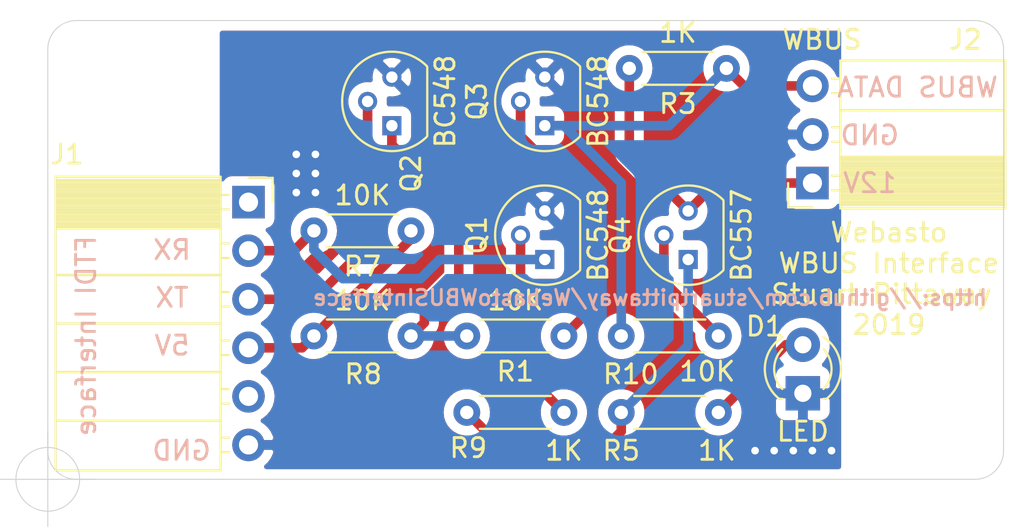
<source format=kicad_pcb>
(kicad_pcb (version 20171130) (host pcbnew "(5.1.0)-1")

  (general
    (thickness 1.6)
    (drawings 20)
    (tracks 67)
    (zones 0)
    (modules 16)
    (nets 13)
  )

  (page A4)
  (layers
    (0 F.Cu signal)
    (31 B.Cu signal)
    (32 B.Adhes user)
    (33 F.Adhes user)
    (34 B.Paste user)
    (35 F.Paste user)
    (36 B.SilkS user)
    (37 F.SilkS user)
    (38 B.Mask user)
    (39 F.Mask user)
    (40 Dwgs.User user)
    (41 Cmts.User user)
    (42 Eco1.User user)
    (43 Eco2.User user)
    (44 Edge.Cuts user)
    (45 Margin user)
    (46 B.CrtYd user)
    (47 F.CrtYd user)
    (48 B.Fab user)
    (49 F.Fab user)
  )

  (setup
    (last_trace_width 0.5)
    (trace_clearance 0.2)
    (zone_clearance 0.508)
    (zone_45_only no)
    (trace_min 0.2)
    (via_size 0.8)
    (via_drill 0.4)
    (via_min_size 0.4)
    (via_min_drill 0.3)
    (uvia_size 0.3)
    (uvia_drill 0.1)
    (uvias_allowed no)
    (uvia_min_size 0.2)
    (uvia_min_drill 0.1)
    (edge_width 0.05)
    (segment_width 0.2)
    (pcb_text_width 0.3)
    (pcb_text_size 1.5 1.5)
    (mod_edge_width 0.12)
    (mod_text_size 1 1)
    (mod_text_width 0.15)
    (pad_size 1.524 1.524)
    (pad_drill 0.762)
    (pad_to_mask_clearance 0.051)
    (solder_mask_min_width 0.25)
    (aux_axis_origin 0 0)
    (grid_origin 65 100)
    (visible_elements 7FFFFFFF)
    (pcbplotparams
      (layerselection 0x010fc_ffffffff)
      (usegerberextensions false)
      (usegerberattributes false)
      (usegerberadvancedattributes false)
      (creategerberjobfile true)
      (excludeedgelayer true)
      (linewidth 0.100000)
      (plotframeref false)
      (viasonmask false)
      (mode 1)
      (useauxorigin false)
      (hpglpennumber 1)
      (hpglpenspeed 20)
      (hpglpendiameter 15.000000)
      (psnegative false)
      (psa4output false)
      (plotreference true)
      (plotvalue true)
      (plotinvisibletext false)
      (padsonsilk false)
      (subtractmaskfromsilk false)
      (outputformat 1)
      (mirror false)
      (drillshape 0)
      (scaleselection 1)
      (outputdirectory "gerber"))
  )

  (net 0 "")
  (net 1 GND)
  (net 2 "Net-(D1-Pad2)")
  (net 3 +5V)
  (net 4 RX)
  (net 5 TX)
  (net 6 WBUS)
  (net 7 +12V)
  (net 8 "Net-(Q3-Pad2)")
  (net 9 "Net-(Q2-Pad1)")
  (net 10 "Net-(Q4-Pad1)")
  (net 11 "Net-(Q1-Pad2)")
  (net 12 "Net-(Q4-Pad2)")

  (net_class Default "This is the default net class."
    (clearance 0.2)
    (trace_width 0.5)
    (via_dia 0.8)
    (via_drill 0.4)
    (uvia_dia 0.3)
    (uvia_drill 0.1)
    (add_net +12V)
    (add_net +5V)
    (add_net GND)
    (add_net "Net-(D1-Pad2)")
    (add_net "Net-(Q1-Pad2)")
    (add_net "Net-(Q2-Pad1)")
    (add_net "Net-(Q3-Pad2)")
    (add_net "Net-(Q4-Pad1)")
    (add_net "Net-(Q4-Pad2)")
    (add_net RX)
    (add_net TX)
    (add_net WBUS)
  )

  (module Mounting_Holes:MountingHole_4.3mm_M4 locked (layer F.Cu) (tedit 56D1B4CB) (tstamp 5DDB0178)
    (at 68.5 79.5)
    (descr "Mounting Hole 4.3mm, no annular, M4")
    (tags "mounting hole 4.3mm no annular m4")
    (attr virtual)
    (fp_text reference REF** (at 0 -5.5) (layer F.SilkS) hide
      (effects (font (size 1 1) (thickness 0.15)))
    )
    (fp_text value MountingHole_4.3mm_M4 (at 4 -8) (layer F.Fab) hide
      (effects (font (size 1 1) (thickness 0.15)))
    )
    (fp_text user %R (at 0.3 0) (layer F.Fab)
      (effects (font (size 1 1) (thickness 0.15)))
    )
    (fp_circle (center 0 0) (end 4.3 0) (layer Cmts.User) (width 0.15))
    (fp_circle (center 0 0) (end 4.55 0) (layer F.CrtYd) (width 0.05))
    (pad 1 np_thru_hole circle (at 0 0) (size 4.3 4.3) (drill 4.3) (layers *.Cu *.Mask))
  )

  (module Mounting_Holes:MountingHole_4.3mm_M4 locked (layer F.Cu) (tedit 56D1B4CB) (tstamp 5DDAC6C5)
    (at 111.5 96.5)
    (descr "Mounting Hole 4.3mm, no annular, M4")
    (tags "mounting hole 4.3mm no annular m4")
    (attr virtual)
    (fp_text reference REF** (at 6 3) (layer F.SilkS) hide
      (effects (font (size 1 1) (thickness 0.15)))
    )
    (fp_text value MountingHole_4.3mm_M4 (at 0 5.5) (layer F.Fab) hide
      (effects (font (size 1 1) (thickness 0.15)))
    )
    (fp_text user %R (at 0.3 0) (layer F.Fab)
      (effects (font (size 1 1) (thickness 0.15)))
    )
    (fp_circle (center 0 0) (end 4.3 0) (layer Cmts.User) (width 0.15))
    (fp_circle (center 0 0) (end 4.55 0) (layer F.CrtYd) (width 0.05))
    (pad 1 np_thru_hole circle (at 0 0) (size 4.3 4.3) (drill 4.3) (layers *.Cu *.Mask))
  )

  (module Resistors_THT:R_Axial_DIN0204_L3.6mm_D1.6mm_P5.08mm_Horizontal (layer F.Cu) (tedit 5874F706) (tstamp 5DDAF475)
    (at 95 92.5)
    (descr "Resistor, Axial_DIN0204 series, Axial, Horizontal, pin pitch=5.08mm, 0.16666666666666666W = 1/6W, length*diameter=3.6*1.6mm^2, http://cdn-reichelt.de/documents/datenblatt/B400/1_4W%23YAG.pdf")
    (tags "Resistor Axial_DIN0204 series Axial Horizontal pin pitch 5.08mm 0.16666666666666666W = 1/6W length 3.6mm diameter 1.6mm")
    (path /5DDB93E8)
    (fp_text reference R10 (at 0.5 2) (layer F.SilkS)
      (effects (font (size 1 1) (thickness 0.15)))
    )
    (fp_text value 10K (at 4.5 1.86) (layer F.SilkS)
      (effects (font (size 1 1) (thickness 0.15)))
    )
    (fp_line (start 0.74 -0.8) (end 0.74 0.8) (layer F.Fab) (width 0.1))
    (fp_line (start 0.74 0.8) (end 4.34 0.8) (layer F.Fab) (width 0.1))
    (fp_line (start 4.34 0.8) (end 4.34 -0.8) (layer F.Fab) (width 0.1))
    (fp_line (start 4.34 -0.8) (end 0.74 -0.8) (layer F.Fab) (width 0.1))
    (fp_line (start 0 0) (end 0.74 0) (layer F.Fab) (width 0.1))
    (fp_line (start 5.08 0) (end 4.34 0) (layer F.Fab) (width 0.1))
    (fp_line (start 0.68 -0.86) (end 4.4 -0.86) (layer F.SilkS) (width 0.12))
    (fp_line (start 0.68 0.86) (end 4.4 0.86) (layer F.SilkS) (width 0.12))
    (fp_line (start -0.95 -1.15) (end -0.95 1.15) (layer F.CrtYd) (width 0.05))
    (fp_line (start -0.95 1.15) (end 6.05 1.15) (layer F.CrtYd) (width 0.05))
    (fp_line (start 6.05 1.15) (end 6.05 -1.15) (layer F.CrtYd) (width 0.05))
    (fp_line (start 6.05 -1.15) (end -0.95 -1.15) (layer F.CrtYd) (width 0.05))
    (pad 1 thru_hole circle (at 0 0) (size 1.4 1.4) (drill 0.7) (layers *.Cu *.Mask)
      (net 6 WBUS))
    (pad 2 thru_hole oval (at 5.08 0) (size 1.4 1.4) (drill 0.7) (layers *.Cu *.Mask)
      (net 12 "Net-(Q4-Pad2)"))
    (model ${KISYS3DMOD}/Resistors_THT.3dshapes/R_Axial_DIN0204_L3.6mm_D1.6mm_P5.08mm_Horizontal.wrl
      (at (xyz 0 0 0))
      (scale (xyz 0.393701 0.393701 0.393701))
      (rotate (xyz 0 0 0))
    )
  )

  (module Resistors_THT:R_Axial_DIN0204_L3.6mm_D1.6mm_P5.08mm_Horizontal (layer F.Cu) (tedit 5874F706) (tstamp 5DDACFF7)
    (at 92 96.5 180)
    (descr "Resistor, Axial_DIN0204 series, Axial, Horizontal, pin pitch=5.08mm, 0.16666666666666666W = 1/6W, length*diameter=3.6*1.6mm^2, http://cdn-reichelt.de/documents/datenblatt/B400/1_4W%23YAG.pdf")
    (tags "Resistor Axial_DIN0204 series Axial Horizontal pin pitch 5.08mm 0.16666666666666666W = 1/6W length 3.6mm diameter 1.6mm")
    (path /5DDB1CC6)
    (fp_text reference R9 (at 5 -1.86 180) (layer F.SilkS)
      (effects (font (size 1 1) (thickness 0.15)))
    )
    (fp_text value 1K (at 0 -2 180) (layer F.SilkS)
      (effects (font (size 1 1) (thickness 0.15)))
    )
    (fp_line (start 0.74 -0.8) (end 0.74 0.8) (layer F.Fab) (width 0.1))
    (fp_line (start 0.74 0.8) (end 4.34 0.8) (layer F.Fab) (width 0.1))
    (fp_line (start 4.34 0.8) (end 4.34 -0.8) (layer F.Fab) (width 0.1))
    (fp_line (start 4.34 -0.8) (end 0.74 -0.8) (layer F.Fab) (width 0.1))
    (fp_line (start 0 0) (end 0.74 0) (layer F.Fab) (width 0.1))
    (fp_line (start 5.08 0) (end 4.34 0) (layer F.Fab) (width 0.1))
    (fp_line (start 0.68 -0.86) (end 4.4 -0.86) (layer F.SilkS) (width 0.12))
    (fp_line (start 0.68 0.86) (end 4.4 0.86) (layer F.SilkS) (width 0.12))
    (fp_line (start -0.95 -1.15) (end -0.95 1.15) (layer F.CrtYd) (width 0.05))
    (fp_line (start -0.95 1.15) (end 6.05 1.15) (layer F.CrtYd) (width 0.05))
    (fp_line (start 6.05 1.15) (end 6.05 -1.15) (layer F.CrtYd) (width 0.05))
    (fp_line (start 6.05 -1.15) (end -0.95 -1.15) (layer F.CrtYd) (width 0.05))
    (pad 1 thru_hole circle (at 0 0 180) (size 1.4 1.4) (drill 0.7) (layers *.Cu *.Mask)
      (net 11 "Net-(Q1-Pad2)"))
    (pad 2 thru_hole oval (at 5.08 0 180) (size 1.4 1.4) (drill 0.7) (layers *.Cu *.Mask)
      (net 10 "Net-(Q4-Pad1)"))
    (model ${KISYS3DMOD}/Resistors_THT.3dshapes/R_Axial_DIN0204_L3.6mm_D1.6mm_P5.08mm_Horizontal.wrl
      (at (xyz 0 0 0))
      (scale (xyz 0.393701 0.393701 0.393701))
      (rotate (xyz 0 0 0))
    )
  )

  (module Resistors_THT:R_Axial_DIN0204_L3.6mm_D1.6mm_P5.08mm_Horizontal (layer F.Cu) (tedit 5874F706) (tstamp 5DDACFC4)
    (at 84 92.5 180)
    (descr "Resistor, Axial_DIN0204 series, Axial, Horizontal, pin pitch=5.08mm, 0.16666666666666666W = 1/6W, length*diameter=3.6*1.6mm^2, http://cdn-reichelt.de/documents/datenblatt/B400/1_4W%23YAG.pdf")
    (tags "Resistor Axial_DIN0204 series Axial Horizontal pin pitch 5.08mm 0.16666666666666666W = 1/6W length 3.6mm diameter 1.6mm")
    (path /5DDC432F)
    (fp_text reference R8 (at 2.5 -2 180) (layer F.SilkS)
      (effects (font (size 1 1) (thickness 0.15)))
    )
    (fp_text value 10K (at 2.54 1.86 180) (layer F.SilkS)
      (effects (font (size 1 1) (thickness 0.15)))
    )
    (fp_line (start 0.74 -0.8) (end 0.74 0.8) (layer F.Fab) (width 0.1))
    (fp_line (start 0.74 0.8) (end 4.34 0.8) (layer F.Fab) (width 0.1))
    (fp_line (start 4.34 0.8) (end 4.34 -0.8) (layer F.Fab) (width 0.1))
    (fp_line (start 4.34 -0.8) (end 0.74 -0.8) (layer F.Fab) (width 0.1))
    (fp_line (start 0 0) (end 0.74 0) (layer F.Fab) (width 0.1))
    (fp_line (start 5.08 0) (end 4.34 0) (layer F.Fab) (width 0.1))
    (fp_line (start 0.68 -0.86) (end 4.4 -0.86) (layer F.SilkS) (width 0.12))
    (fp_line (start 0.68 0.86) (end 4.4 0.86) (layer F.SilkS) (width 0.12))
    (fp_line (start -0.95 -1.15) (end -0.95 1.15) (layer F.CrtYd) (width 0.05))
    (fp_line (start -0.95 1.15) (end 6.05 1.15) (layer F.CrtYd) (width 0.05))
    (fp_line (start 6.05 1.15) (end 6.05 -1.15) (layer F.CrtYd) (width 0.05))
    (fp_line (start 6.05 -1.15) (end -0.95 -1.15) (layer F.CrtYd) (width 0.05))
    (pad 1 thru_hole circle (at 0 0 180) (size 1.4 1.4) (drill 0.7) (layers *.Cu *.Mask)
      (net 9 "Net-(Q2-Pad1)"))
    (pad 2 thru_hole oval (at 5.08 0 180) (size 1.4 1.4) (drill 0.7) (layers *.Cu *.Mask)
      (net 3 +5V))
    (model ${KISYS3DMOD}/Resistors_THT.3dshapes/R_Axial_DIN0204_L3.6mm_D1.6mm_P5.08mm_Horizontal.wrl
      (at (xyz 0 0 0))
      (scale (xyz 0.393701 0.393701 0.393701))
      (rotate (xyz 0 0 0))
    )
  )

  (module Resistors_THT:R_Axial_DIN0204_L3.6mm_D1.6mm_P5.08mm_Horizontal (layer F.Cu) (tedit 5874F706) (tstamp 5DDACDBD)
    (at 84 87 180)
    (descr "Resistor, Axial_DIN0204 series, Axial, Horizontal, pin pitch=5.08mm, 0.16666666666666666W = 1/6W, length*diameter=3.6*1.6mm^2, http://cdn-reichelt.de/documents/datenblatt/B400/1_4W%23YAG.pdf")
    (tags "Resistor Axial_DIN0204 series Axial Horizontal pin pitch 5.08mm 0.16666666666666666W = 1/6W length 3.6mm diameter 1.6mm")
    (path /5DDAE86F)
    (fp_text reference R7 (at 2.54 -1.86 180) (layer F.SilkS)
      (effects (font (size 1 1) (thickness 0.15)))
    )
    (fp_text value 10K (at 2.54 1.86 180) (layer F.SilkS)
      (effects (font (size 1 1) (thickness 0.15)))
    )
    (fp_line (start 0.74 -0.8) (end 0.74 0.8) (layer F.Fab) (width 0.1))
    (fp_line (start 0.74 0.8) (end 4.34 0.8) (layer F.Fab) (width 0.1))
    (fp_line (start 4.34 0.8) (end 4.34 -0.8) (layer F.Fab) (width 0.1))
    (fp_line (start 4.34 -0.8) (end 0.74 -0.8) (layer F.Fab) (width 0.1))
    (fp_line (start 0 0) (end 0.74 0) (layer F.Fab) (width 0.1))
    (fp_line (start 5.08 0) (end 4.34 0) (layer F.Fab) (width 0.1))
    (fp_line (start 0.68 -0.86) (end 4.4 -0.86) (layer F.SilkS) (width 0.12))
    (fp_line (start 0.68 0.86) (end 4.4 0.86) (layer F.SilkS) (width 0.12))
    (fp_line (start -0.95 -1.15) (end -0.95 1.15) (layer F.CrtYd) (width 0.05))
    (fp_line (start -0.95 1.15) (end 6.05 1.15) (layer F.CrtYd) (width 0.05))
    (fp_line (start 6.05 1.15) (end 6.05 -1.15) (layer F.CrtYd) (width 0.05))
    (fp_line (start 6.05 -1.15) (end -0.95 -1.15) (layer F.CrtYd) (width 0.05))
    (pad 1 thru_hole circle (at 0 0 180) (size 1.4 1.4) (drill 0.7) (layers *.Cu *.Mask)
      (net 3 +5V))
    (pad 2 thru_hole oval (at 5.08 0 180) (size 1.4 1.4) (drill 0.7) (layers *.Cu *.Mask)
      (net 4 RX))
    (model ${KISYS3DMOD}/Resistors_THT.3dshapes/R_Axial_DIN0204_L3.6mm_D1.6mm_P5.08mm_Horizontal.wrl
      (at (xyz 0 0 0))
      (scale (xyz 0.393701 0.393701 0.393701))
      (rotate (xyz 0 0 0))
    )
  )

  (module Resistors_THT:R_Axial_DIN0204_L3.6mm_D1.6mm_P5.08mm_Horizontal (layer F.Cu) (tedit 5874F706) (tstamp 5DDAF442)
    (at 95 96.5)
    (descr "Resistor, Axial_DIN0204 series, Axial, Horizontal, pin pitch=5.08mm, 0.16666666666666666W = 1/6W, length*diameter=3.6*1.6mm^2, http://cdn-reichelt.de/documents/datenblatt/B400/1_4W%23YAG.pdf")
    (tags "Resistor Axial_DIN0204 series Axial Horizontal pin pitch 5.08mm 0.16666666666666666W = 1/6W length 3.6mm diameter 1.6mm")
    (path /5DDB243E)
    (fp_text reference R5 (at 0 2) (layer F.SilkS)
      (effects (font (size 1 1) (thickness 0.15)))
    )
    (fp_text value 1K (at 5 2) (layer F.SilkS)
      (effects (font (size 1 1) (thickness 0.15)))
    )
    (fp_line (start 0.74 -0.8) (end 0.74 0.8) (layer F.Fab) (width 0.1))
    (fp_line (start 0.74 0.8) (end 4.34 0.8) (layer F.Fab) (width 0.1))
    (fp_line (start 4.34 0.8) (end 4.34 -0.8) (layer F.Fab) (width 0.1))
    (fp_line (start 4.34 -0.8) (end 0.74 -0.8) (layer F.Fab) (width 0.1))
    (fp_line (start 0 0) (end 0.74 0) (layer F.Fab) (width 0.1))
    (fp_line (start 5.08 0) (end 4.34 0) (layer F.Fab) (width 0.1))
    (fp_line (start 0.68 -0.86) (end 4.4 -0.86) (layer F.SilkS) (width 0.12))
    (fp_line (start 0.68 0.86) (end 4.4 0.86) (layer F.SilkS) (width 0.12))
    (fp_line (start -0.95 -1.15) (end -0.95 1.15) (layer F.CrtYd) (width 0.05))
    (fp_line (start -0.95 1.15) (end 6.05 1.15) (layer F.CrtYd) (width 0.05))
    (fp_line (start 6.05 1.15) (end 6.05 -1.15) (layer F.CrtYd) (width 0.05))
    (fp_line (start 6.05 -1.15) (end -0.95 -1.15) (layer F.CrtYd) (width 0.05))
    (pad 1 thru_hole circle (at 0 0) (size 1.4 1.4) (drill 0.7) (layers *.Cu *.Mask)
      (net 10 "Net-(Q4-Pad1)"))
    (pad 2 thru_hole oval (at 5.08 0) (size 1.4 1.4) (drill 0.7) (layers *.Cu *.Mask)
      (net 2 "Net-(D1-Pad2)"))
    (model ${KISYS3DMOD}/Resistors_THT.3dshapes/R_Axial_DIN0204_L3.6mm_D1.6mm_P5.08mm_Horizontal.wrl
      (at (xyz 0 0 0))
      (scale (xyz 0.393701 0.393701 0.393701))
      (rotate (xyz 0 0 0))
    )
  )

  (module Resistors_THT:R_Axial_DIN0204_L3.6mm_D1.6mm_P5.08mm_Horizontal (layer F.Cu) (tedit 5874F706) (tstamp 5DDACBA1)
    (at 100.5 78.5 180)
    (descr "Resistor, Axial_DIN0204 series, Axial, Horizontal, pin pitch=5.08mm, 0.16666666666666666W = 1/6W, length*diameter=3.6*1.6mm^2, http://cdn-reichelt.de/documents/datenblatt/B400/1_4W%23YAG.pdf")
    (tags "Resistor Axial_DIN0204 series Axial Horizontal pin pitch 5.08mm 0.16666666666666666W = 1/6W length 3.6mm diameter 1.6mm")
    (path /5DDBEBCF)
    (fp_text reference R3 (at 2.54 -1.86 180) (layer F.SilkS)
      (effects (font (size 1 1) (thickness 0.15)))
    )
    (fp_text value 1K (at 2.54 1.86 180) (layer F.SilkS)
      (effects (font (size 1 1) (thickness 0.15)))
    )
    (fp_line (start 0.74 -0.8) (end 0.74 0.8) (layer F.Fab) (width 0.1))
    (fp_line (start 0.74 0.8) (end 4.34 0.8) (layer F.Fab) (width 0.1))
    (fp_line (start 4.34 0.8) (end 4.34 -0.8) (layer F.Fab) (width 0.1))
    (fp_line (start 4.34 -0.8) (end 0.74 -0.8) (layer F.Fab) (width 0.1))
    (fp_line (start 0 0) (end 0.74 0) (layer F.Fab) (width 0.1))
    (fp_line (start 5.08 0) (end 4.34 0) (layer F.Fab) (width 0.1))
    (fp_line (start 0.68 -0.86) (end 4.4 -0.86) (layer F.SilkS) (width 0.12))
    (fp_line (start 0.68 0.86) (end 4.4 0.86) (layer F.SilkS) (width 0.12))
    (fp_line (start -0.95 -1.15) (end -0.95 1.15) (layer F.CrtYd) (width 0.05))
    (fp_line (start -0.95 1.15) (end 6.05 1.15) (layer F.CrtYd) (width 0.05))
    (fp_line (start 6.05 1.15) (end 6.05 -1.15) (layer F.CrtYd) (width 0.05))
    (fp_line (start 6.05 -1.15) (end -0.95 -1.15) (layer F.CrtYd) (width 0.05))
    (pad 1 thru_hole circle (at 0 0 180) (size 1.4 1.4) (drill 0.7) (layers *.Cu *.Mask)
      (net 6 WBUS))
    (pad 2 thru_hole oval (at 5.08 0 180) (size 1.4 1.4) (drill 0.7) (layers *.Cu *.Mask)
      (net 7 +12V))
    (model ${KISYS3DMOD}/Resistors_THT.3dshapes/R_Axial_DIN0204_L3.6mm_D1.6mm_P5.08mm_Horizontal.wrl
      (at (xyz 0 0 0))
      (scale (xyz 0.393701 0.393701 0.393701))
      (rotate (xyz 0 0 0))
    )
  )

  (module Resistors_THT:R_Axial_DIN0204_L3.6mm_D1.6mm_P5.08mm_Horizontal (layer F.Cu) (tedit 5874F706) (tstamp 5DDACD57)
    (at 92 92.5 180)
    (descr "Resistor, Axial_DIN0204 series, Axial, Horizontal, pin pitch=5.08mm, 0.16666666666666666W = 1/6W, length*diameter=3.6*1.6mm^2, http://cdn-reichelt.de/documents/datenblatt/B400/1_4W%23YAG.pdf")
    (tags "Resistor Axial_DIN0204 series Axial Horizontal pin pitch 5.08mm 0.16666666666666666W = 1/6W length 3.6mm diameter 1.6mm")
    (path /5DDC0AF1)
    (fp_text reference R1 (at 2.54 -1.86 180) (layer F.SilkS)
      (effects (font (size 1 1) (thickness 0.15)))
    )
    (fp_text value 10K (at 2.54 1.86 180) (layer F.SilkS)
      (effects (font (size 1 1) (thickness 0.15)))
    )
    (fp_line (start 0.74 -0.8) (end 0.74 0.8) (layer F.Fab) (width 0.1))
    (fp_line (start 0.74 0.8) (end 4.34 0.8) (layer F.Fab) (width 0.1))
    (fp_line (start 4.34 0.8) (end 4.34 -0.8) (layer F.Fab) (width 0.1))
    (fp_line (start 4.34 -0.8) (end 0.74 -0.8) (layer F.Fab) (width 0.1))
    (fp_line (start 0 0) (end 0.74 0) (layer F.Fab) (width 0.1))
    (fp_line (start 5.08 0) (end 4.34 0) (layer F.Fab) (width 0.1))
    (fp_line (start 0.68 -0.86) (end 4.4 -0.86) (layer F.SilkS) (width 0.12))
    (fp_line (start 0.68 0.86) (end 4.4 0.86) (layer F.SilkS) (width 0.12))
    (fp_line (start -0.95 -1.15) (end -0.95 1.15) (layer F.CrtYd) (width 0.05))
    (fp_line (start -0.95 1.15) (end 6.05 1.15) (layer F.CrtYd) (width 0.05))
    (fp_line (start 6.05 1.15) (end 6.05 -1.15) (layer F.CrtYd) (width 0.05))
    (fp_line (start 6.05 -1.15) (end -0.95 -1.15) (layer F.CrtYd) (width 0.05))
    (pad 1 thru_hole circle (at 0 0 180) (size 1.4 1.4) (drill 0.7) (layers *.Cu *.Mask)
      (net 8 "Net-(Q3-Pad2)"))
    (pad 2 thru_hole oval (at 5.08 0 180) (size 1.4 1.4) (drill 0.7) (layers *.Cu *.Mask)
      (net 9 "Net-(Q2-Pad1)"))
    (model ${KISYS3DMOD}/Resistors_THT.3dshapes/R_Axial_DIN0204_L3.6mm_D1.6mm_P5.08mm_Horizontal.wrl
      (at (xyz 0 0 0))
      (scale (xyz 0.393701 0.393701 0.393701))
      (rotate (xyz 0 0 0))
    )
  )

  (module TO_SOT_Packages_THT:TO-92_Molded_Narrow (layer F.Cu) (tedit 58CE52AF) (tstamp 5DDACBD4)
    (at 98.5 88.5 90)
    (descr "TO-92 leads molded, narrow, drill 0.6mm (see NXP sot054_po.pdf)")
    (tags "to-92 sc-43 sc-43a sot54 PA33 transistor")
    (path /5DDAF0CE)
    (fp_text reference Q4 (at 1.27 -3.56 90) (layer F.SilkS)
      (effects (font (size 1 1) (thickness 0.15)))
    )
    (fp_text value BC557 (at 1.27 2.79 90) (layer F.SilkS)
      (effects (font (size 1 1) (thickness 0.15)))
    )
    (fp_text user %R (at 1.27 -3.56 90) (layer F.Fab)
      (effects (font (size 1 1) (thickness 0.15)))
    )
    (fp_line (start -0.53 1.85) (end 3.07 1.85) (layer F.SilkS) (width 0.12))
    (fp_line (start -0.5 1.75) (end 3 1.75) (layer F.Fab) (width 0.1))
    (fp_line (start -1.46 -2.73) (end 4 -2.73) (layer F.CrtYd) (width 0.05))
    (fp_line (start -1.46 -2.73) (end -1.46 2.01) (layer F.CrtYd) (width 0.05))
    (fp_line (start 4 2.01) (end 4 -2.73) (layer F.CrtYd) (width 0.05))
    (fp_line (start 4 2.01) (end -1.46 2.01) (layer F.CrtYd) (width 0.05))
    (fp_arc (start 1.27 0) (end 1.27 -2.48) (angle 135) (layer F.Fab) (width 0.1))
    (fp_arc (start 1.27 0) (end 1.27 -2.6) (angle -135) (layer F.SilkS) (width 0.12))
    (fp_arc (start 1.27 0) (end 1.27 -2.48) (angle -135) (layer F.Fab) (width 0.1))
    (fp_arc (start 1.27 0) (end 1.27 -2.6) (angle 135) (layer F.SilkS) (width 0.12))
    (pad 2 thru_hole circle (at 1.27 -1.27 180) (size 1 1) (drill 0.6) (layers *.Cu *.Mask)
      (net 12 "Net-(Q4-Pad2)"))
    (pad 3 thru_hole circle (at 2.54 0 180) (size 1 1) (drill 0.6) (layers *.Cu *.Mask)
      (net 7 +12V))
    (pad 1 thru_hole rect (at 0 0 180) (size 1 1) (drill 0.6) (layers *.Cu *.Mask)
      (net 10 "Net-(Q4-Pad1)"))
    (model ${KISYS3DMOD}/TO_SOT_Packages_THT.3dshapes/TO-92_Molded_Narrow.wrl
      (offset (xyz 1.269999980926514 0 0))
      (scale (xyz 1 1 1))
      (rotate (xyz 0 0 -90))
    )
  )

  (module TO_SOT_Packages_THT:TO-92_Molded_Narrow (layer F.Cu) (tedit 58CE52AF) (tstamp 5DDACD24)
    (at 91 81.5 90)
    (descr "TO-92 leads molded, narrow, drill 0.6mm (see NXP sot054_po.pdf)")
    (tags "to-92 sc-43 sc-43a sot54 PA33 transistor")
    (path /5DDBCE8A)
    (fp_text reference Q3 (at 1.27 -3.56 90) (layer F.SilkS)
      (effects (font (size 1 1) (thickness 0.15)))
    )
    (fp_text value BC548 (at 1.27 2.79 90) (layer F.SilkS)
      (effects (font (size 1 1) (thickness 0.15)))
    )
    (fp_text user %R (at 1.27 -3.56 90) (layer F.Fab)
      (effects (font (size 1 1) (thickness 0.15)))
    )
    (fp_line (start -0.53 1.85) (end 3.07 1.85) (layer F.SilkS) (width 0.12))
    (fp_line (start -0.5 1.75) (end 3 1.75) (layer F.Fab) (width 0.1))
    (fp_line (start -1.46 -2.73) (end 4 -2.73) (layer F.CrtYd) (width 0.05))
    (fp_line (start -1.46 -2.73) (end -1.46 2.01) (layer F.CrtYd) (width 0.05))
    (fp_line (start 4 2.01) (end 4 -2.73) (layer F.CrtYd) (width 0.05))
    (fp_line (start 4 2.01) (end -1.46 2.01) (layer F.CrtYd) (width 0.05))
    (fp_arc (start 1.27 0) (end 1.27 -2.48) (angle 135) (layer F.Fab) (width 0.1))
    (fp_arc (start 1.27 0) (end 1.27 -2.6) (angle -135) (layer F.SilkS) (width 0.12))
    (fp_arc (start 1.27 0) (end 1.27 -2.48) (angle -135) (layer F.Fab) (width 0.1))
    (fp_arc (start 1.27 0) (end 1.27 -2.6) (angle 135) (layer F.SilkS) (width 0.12))
    (pad 2 thru_hole circle (at 1.27 -1.27 180) (size 1 1) (drill 0.6) (layers *.Cu *.Mask)
      (net 8 "Net-(Q3-Pad2)"))
    (pad 3 thru_hole circle (at 2.54 0 180) (size 1 1) (drill 0.6) (layers *.Cu *.Mask)
      (net 1 GND))
    (pad 1 thru_hole rect (at 0 0 180) (size 1 1) (drill 0.6) (layers *.Cu *.Mask)
      (net 6 WBUS))
    (model ${KISYS3DMOD}/TO_SOT_Packages_THT.3dshapes/TO-92_Molded_Narrow.wrl
      (offset (xyz 1.269999980926514 0 0))
      (scale (xyz 1 1 1))
      (rotate (xyz 0 0 -90))
    )
  )

  (module TO_SOT_Packages_THT:TO-92_Molded_Narrow (layer F.Cu) (tedit 58CE52AF) (tstamp 5DDACB6E)
    (at 83 81.5 90)
    (descr "TO-92 leads molded, narrow, drill 0.6mm (see NXP sot054_po.pdf)")
    (tags "to-92 sc-43 sc-43a sot54 PA33 transistor")
    (path /5DDC16C0)
    (fp_text reference Q2 (at -2.5 1 90) (layer F.SilkS)
      (effects (font (size 1 1) (thickness 0.15)))
    )
    (fp_text value BC548 (at 1.27 2.79 90) (layer F.SilkS)
      (effects (font (size 1 1) (thickness 0.15)))
    )
    (fp_text user %R (at 1.27 -3.56 90) (layer F.Fab)
      (effects (font (size 1 1) (thickness 0.15)))
    )
    (fp_line (start -0.53 1.85) (end 3.07 1.85) (layer F.SilkS) (width 0.12))
    (fp_line (start -0.5 1.75) (end 3 1.75) (layer F.Fab) (width 0.1))
    (fp_line (start -1.46 -2.73) (end 4 -2.73) (layer F.CrtYd) (width 0.05))
    (fp_line (start -1.46 -2.73) (end -1.46 2.01) (layer F.CrtYd) (width 0.05))
    (fp_line (start 4 2.01) (end 4 -2.73) (layer F.CrtYd) (width 0.05))
    (fp_line (start 4 2.01) (end -1.46 2.01) (layer F.CrtYd) (width 0.05))
    (fp_arc (start 1.27 0) (end 1.27 -2.48) (angle 135) (layer F.Fab) (width 0.1))
    (fp_arc (start 1.27 0) (end 1.27 -2.6) (angle -135) (layer F.SilkS) (width 0.12))
    (fp_arc (start 1.27 0) (end 1.27 -2.48) (angle -135) (layer F.Fab) (width 0.1))
    (fp_arc (start 1.27 0) (end 1.27 -2.6) (angle 135) (layer F.SilkS) (width 0.12))
    (pad 2 thru_hole circle (at 1.27 -1.27 180) (size 1 1) (drill 0.6) (layers *.Cu *.Mask)
      (net 5 TX))
    (pad 3 thru_hole circle (at 2.54 0 180) (size 1 1) (drill 0.6) (layers *.Cu *.Mask)
      (net 1 GND))
    (pad 1 thru_hole rect (at 0 0 180) (size 1 1) (drill 0.6) (layers *.Cu *.Mask)
      (net 9 "Net-(Q2-Pad1)"))
    (model ${KISYS3DMOD}/TO_SOT_Packages_THT.3dshapes/TO-92_Molded_Narrow.wrl
      (offset (xyz 1.269999980926514 0 0))
      (scale (xyz 1 1 1))
      (rotate (xyz 0 0 -90))
    )
  )

  (module TO_SOT_Packages_THT:TO-92_Molded_Narrow (layer F.Cu) (tedit 58CE52AF) (tstamp 5DDACD8A)
    (at 91 88.5 90)
    (descr "TO-92 leads molded, narrow, drill 0.6mm (see NXP sot054_po.pdf)")
    (tags "to-92 sc-43 sc-43a sot54 PA33 transistor")
    (path /5DDAD1CA)
    (fp_text reference Q1 (at 1.27 -3.56 90) (layer F.SilkS)
      (effects (font (size 1 1) (thickness 0.15)))
    )
    (fp_text value BC548 (at 1.27 2.79 90) (layer F.SilkS)
      (effects (font (size 1 1) (thickness 0.15)))
    )
    (fp_text user %R (at 1.27 -3.56 90) (layer F.Fab)
      (effects (font (size 1 1) (thickness 0.15)))
    )
    (fp_line (start -0.53 1.85) (end 3.07 1.85) (layer F.SilkS) (width 0.12))
    (fp_line (start -0.5 1.75) (end 3 1.75) (layer F.Fab) (width 0.1))
    (fp_line (start -1.46 -2.73) (end 4 -2.73) (layer F.CrtYd) (width 0.05))
    (fp_line (start -1.46 -2.73) (end -1.46 2.01) (layer F.CrtYd) (width 0.05))
    (fp_line (start 4 2.01) (end 4 -2.73) (layer F.CrtYd) (width 0.05))
    (fp_line (start 4 2.01) (end -1.46 2.01) (layer F.CrtYd) (width 0.05))
    (fp_arc (start 1.27 0) (end 1.27 -2.48) (angle 135) (layer F.Fab) (width 0.1))
    (fp_arc (start 1.27 0) (end 1.27 -2.6) (angle -135) (layer F.SilkS) (width 0.12))
    (fp_arc (start 1.27 0) (end 1.27 -2.48) (angle -135) (layer F.Fab) (width 0.1))
    (fp_arc (start 1.27 0) (end 1.27 -2.6) (angle 135) (layer F.SilkS) (width 0.12))
    (pad 2 thru_hole circle (at 1.27 -1.27 180) (size 1 1) (drill 0.6) (layers *.Cu *.Mask)
      (net 11 "Net-(Q1-Pad2)"))
    (pad 3 thru_hole circle (at 2.54 0 180) (size 1 1) (drill 0.6) (layers *.Cu *.Mask)
      (net 1 GND))
    (pad 1 thru_hole rect (at 0 0 180) (size 1 1) (drill 0.6) (layers *.Cu *.Mask)
      (net 4 RX))
    (model ${KISYS3DMOD}/TO_SOT_Packages_THT.3dshapes/TO-92_Molded_Narrow.wrl
      (offset (xyz 1.269999980926514 0 0))
      (scale (xyz 1 1 1))
      (rotate (xyz 0 0 -90))
    )
  )

  (module Socket_Strips:Socket_Strip_Angled_1x03_Pitch2.54mm (layer F.Cu) (tedit 58CD5446) (tstamp 5DDACC79)
    (at 105 84.5 180)
    (descr "Through hole angled socket strip, 1x03, 2.54mm pitch, 8.51mm socket length, single row")
    (tags "Through hole angled socket strip THT 1x03 2.54mm single row")
    (path /5DDB7E72)
    (fp_text reference J2 (at -8 7.5 180) (layer F.SilkS)
      (effects (font (size 1 1) (thickness 0.15)))
    )
    (fp_text value WBUS (at -0.5 7.5 180) (layer F.SilkS)
      (effects (font (size 1 1) (thickness 0.15)))
    )
    (fp_line (start -1.52 -1.27) (end -1.52 1.27) (layer F.Fab) (width 0.1))
    (fp_line (start -1.52 1.27) (end -10.03 1.27) (layer F.Fab) (width 0.1))
    (fp_line (start -10.03 1.27) (end -10.03 -1.27) (layer F.Fab) (width 0.1))
    (fp_line (start -10.03 -1.27) (end -1.52 -1.27) (layer F.Fab) (width 0.1))
    (fp_line (start 0 -0.32) (end 0 0.32) (layer F.Fab) (width 0.1))
    (fp_line (start 0 0.32) (end -1.52 0.32) (layer F.Fab) (width 0.1))
    (fp_line (start -1.52 0.32) (end -1.52 -0.32) (layer F.Fab) (width 0.1))
    (fp_line (start -1.52 -0.32) (end 0 -0.32) (layer F.Fab) (width 0.1))
    (fp_line (start -1.52 1.27) (end -1.52 3.81) (layer F.Fab) (width 0.1))
    (fp_line (start -1.52 3.81) (end -10.03 3.81) (layer F.Fab) (width 0.1))
    (fp_line (start -10.03 3.81) (end -10.03 1.27) (layer F.Fab) (width 0.1))
    (fp_line (start -10.03 1.27) (end -1.52 1.27) (layer F.Fab) (width 0.1))
    (fp_line (start 0 2.22) (end 0 2.86) (layer F.Fab) (width 0.1))
    (fp_line (start 0 2.86) (end -1.52 2.86) (layer F.Fab) (width 0.1))
    (fp_line (start -1.52 2.86) (end -1.52 2.22) (layer F.Fab) (width 0.1))
    (fp_line (start -1.52 2.22) (end 0 2.22) (layer F.Fab) (width 0.1))
    (fp_line (start -1.52 3.81) (end -1.52 6.35) (layer F.Fab) (width 0.1))
    (fp_line (start -1.52 6.35) (end -10.03 6.35) (layer F.Fab) (width 0.1))
    (fp_line (start -10.03 6.35) (end -10.03 3.81) (layer F.Fab) (width 0.1))
    (fp_line (start -10.03 3.81) (end -1.52 3.81) (layer F.Fab) (width 0.1))
    (fp_line (start 0 4.76) (end 0 5.4) (layer F.Fab) (width 0.1))
    (fp_line (start 0 5.4) (end -1.52 5.4) (layer F.Fab) (width 0.1))
    (fp_line (start -1.52 5.4) (end -1.52 4.76) (layer F.Fab) (width 0.1))
    (fp_line (start -1.52 4.76) (end 0 4.76) (layer F.Fab) (width 0.1))
    (fp_line (start -1.46 -1.33) (end -1.46 1.27) (layer F.SilkS) (width 0.12))
    (fp_line (start -1.46 1.27) (end -10.09 1.27) (layer F.SilkS) (width 0.12))
    (fp_line (start -10.09 1.27) (end -10.09 -1.33) (layer F.SilkS) (width 0.12))
    (fp_line (start -10.09 -1.33) (end -1.46 -1.33) (layer F.SilkS) (width 0.12))
    (fp_line (start -1.03 -0.38) (end -1.46 -0.38) (layer F.SilkS) (width 0.12))
    (fp_line (start -1.03 0.38) (end -1.46 0.38) (layer F.SilkS) (width 0.12))
    (fp_line (start -1.46 -1.15) (end -10.09 -1.15) (layer F.SilkS) (width 0.12))
    (fp_line (start -1.46 -1.03) (end -10.09 -1.03) (layer F.SilkS) (width 0.12))
    (fp_line (start -1.46 -0.91) (end -10.09 -0.91) (layer F.SilkS) (width 0.12))
    (fp_line (start -1.46 -0.79) (end -10.09 -0.79) (layer F.SilkS) (width 0.12))
    (fp_line (start -1.46 -0.67) (end -10.09 -0.67) (layer F.SilkS) (width 0.12))
    (fp_line (start -1.46 -0.55) (end -10.09 -0.55) (layer F.SilkS) (width 0.12))
    (fp_line (start -1.46 -0.43) (end -10.09 -0.43) (layer F.SilkS) (width 0.12))
    (fp_line (start -1.46 -0.31) (end -10.09 -0.31) (layer F.SilkS) (width 0.12))
    (fp_line (start -1.46 -0.19) (end -10.09 -0.19) (layer F.SilkS) (width 0.12))
    (fp_line (start -1.46 -0.07) (end -10.09 -0.07) (layer F.SilkS) (width 0.12))
    (fp_line (start -1.46 0.05) (end -10.09 0.05) (layer F.SilkS) (width 0.12))
    (fp_line (start -1.46 0.17) (end -10.09 0.17) (layer F.SilkS) (width 0.12))
    (fp_line (start -1.46 0.29) (end -10.09 0.29) (layer F.SilkS) (width 0.12))
    (fp_line (start -1.46 0.41) (end -10.09 0.41) (layer F.SilkS) (width 0.12))
    (fp_line (start -1.46 0.53) (end -10.09 0.53) (layer F.SilkS) (width 0.12))
    (fp_line (start -1.46 0.65) (end -10.09 0.65) (layer F.SilkS) (width 0.12))
    (fp_line (start -1.46 0.77) (end -10.09 0.77) (layer F.SilkS) (width 0.12))
    (fp_line (start -1.46 0.89) (end -10.09 0.89) (layer F.SilkS) (width 0.12))
    (fp_line (start -1.46 1.01) (end -10.09 1.01) (layer F.SilkS) (width 0.12))
    (fp_line (start -1.46 1.13) (end -10.09 1.13) (layer F.SilkS) (width 0.12))
    (fp_line (start -1.46 1.25) (end -10.09 1.25) (layer F.SilkS) (width 0.12))
    (fp_line (start -1.46 1.37) (end -10.09 1.37) (layer F.SilkS) (width 0.12))
    (fp_line (start -1.46 1.27) (end -1.46 3.81) (layer F.SilkS) (width 0.12))
    (fp_line (start -1.46 3.81) (end -10.09 3.81) (layer F.SilkS) (width 0.12))
    (fp_line (start -10.09 3.81) (end -10.09 1.27) (layer F.SilkS) (width 0.12))
    (fp_line (start -10.09 1.27) (end -1.46 1.27) (layer F.SilkS) (width 0.12))
    (fp_line (start -1.03 2.16) (end -1.46 2.16) (layer F.SilkS) (width 0.12))
    (fp_line (start -1.03 2.92) (end -1.46 2.92) (layer F.SilkS) (width 0.12))
    (fp_line (start -1.46 3.81) (end -1.46 6.41) (layer F.SilkS) (width 0.12))
    (fp_line (start -1.46 6.41) (end -10.09 6.41) (layer F.SilkS) (width 0.12))
    (fp_line (start -10.09 6.41) (end -10.09 3.81) (layer F.SilkS) (width 0.12))
    (fp_line (start -10.09 3.81) (end -1.46 3.81) (layer F.SilkS) (width 0.12))
    (fp_line (start -1.03 4.7) (end -1.46 4.7) (layer F.SilkS) (width 0.12))
    (fp_line (start -1.03 5.46) (end -1.46 5.46) (layer F.SilkS) (width 0.12))
    (fp_line (start 0 -1.27) (end 1.27 -1.27) (layer F.SilkS) (width 0.12))
    (fp_line (start 1.27 -1.27) (end 1.27 0) (layer F.SilkS) (width 0.12))
    (fp_line (start 1.8 -1.8) (end 1.8 6.85) (layer F.CrtYd) (width 0.05))
    (fp_line (start 1.8 6.85) (end -10.55 6.85) (layer F.CrtYd) (width 0.05))
    (fp_line (start -10.55 6.85) (end -10.55 -1.8) (layer F.CrtYd) (width 0.05))
    (fp_line (start -10.55 -1.8) (end 1.8 -1.8) (layer F.CrtYd) (width 0.05))
    (fp_text user %R (at -12.5 0 180) (layer F.Fab) hide
      (effects (font (size 1 1) (thickness 0.15)))
    )
    (pad 1 thru_hole rect (at 0 0 180) (size 1.7 1.7) (drill 1) (layers *.Cu *.Mask)
      (net 7 +12V))
    (pad 2 thru_hole oval (at 0 2.54 180) (size 1.7 1.7) (drill 1) (layers *.Cu *.Mask)
      (net 1 GND))
    (pad 3 thru_hole oval (at 0 5.08 180) (size 1.7 1.7) (drill 1) (layers *.Cu *.Mask)
      (net 6 WBUS))
    (model ${KISYS3DMOD}/Socket_Strips.3dshapes/Socket_Strip_Angled_1x03_Pitch2.54mm.wrl
      (offset (xyz 0 -2.539999961853027 0))
      (scale (xyz 1 1 1))
      (rotate (xyz 0 0 270))
    )
  )

  (module Socket_Strips:Socket_Strip_Angled_1x06_Pitch2.54mm (layer F.Cu) (tedit 58CD5446) (tstamp 5DDACEBF)
    (at 75.5 85.5)
    (descr "Through hole angled socket strip, 1x06, 2.54mm pitch, 8.51mm socket length, single row")
    (tags "Through hole angled socket strip THT 1x06 2.54mm single row")
    (path /5DDAB6D2)
    (fp_text reference J1 (at -9.5 -2.5) (layer F.SilkS)
      (effects (font (size 1 1) (thickness 0.15)))
    )
    (fp_text value "FTDI Interface" (at -8.5 7 270) (layer B.SilkS)
      (effects (font (size 1 1) (thickness 0.15)) (justify mirror))
    )
    (fp_line (start -1.52 -1.27) (end -1.52 1.27) (layer F.Fab) (width 0.1))
    (fp_line (start -1.52 1.27) (end -10.03 1.27) (layer F.Fab) (width 0.1))
    (fp_line (start -10.03 1.27) (end -10.03 -1.27) (layer F.Fab) (width 0.1))
    (fp_line (start -10.03 -1.27) (end -1.52 -1.27) (layer F.Fab) (width 0.1))
    (fp_line (start 0 -0.32) (end 0 0.32) (layer F.Fab) (width 0.1))
    (fp_line (start 0 0.32) (end -1.52 0.32) (layer F.Fab) (width 0.1))
    (fp_line (start -1.52 0.32) (end -1.52 -0.32) (layer F.Fab) (width 0.1))
    (fp_line (start -1.52 -0.32) (end 0 -0.32) (layer F.Fab) (width 0.1))
    (fp_line (start -1.52 1.27) (end -1.52 3.81) (layer F.Fab) (width 0.1))
    (fp_line (start -1.52 3.81) (end -10.03 3.81) (layer F.Fab) (width 0.1))
    (fp_line (start -10.03 3.81) (end -10.03 1.27) (layer F.Fab) (width 0.1))
    (fp_line (start -10.03 1.27) (end -1.52 1.27) (layer F.Fab) (width 0.1))
    (fp_line (start 0 2.22) (end 0 2.86) (layer F.Fab) (width 0.1))
    (fp_line (start 0 2.86) (end -1.52 2.86) (layer F.Fab) (width 0.1))
    (fp_line (start -1.52 2.86) (end -1.52 2.22) (layer F.Fab) (width 0.1))
    (fp_line (start -1.52 2.22) (end 0 2.22) (layer F.Fab) (width 0.1))
    (fp_line (start -1.52 3.81) (end -1.52 6.35) (layer F.Fab) (width 0.1))
    (fp_line (start -1.52 6.35) (end -10.03 6.35) (layer F.Fab) (width 0.1))
    (fp_line (start -10.03 6.35) (end -10.03 3.81) (layer F.Fab) (width 0.1))
    (fp_line (start -10.03 3.81) (end -1.52 3.81) (layer F.Fab) (width 0.1))
    (fp_line (start 0 4.76) (end 0 5.4) (layer F.Fab) (width 0.1))
    (fp_line (start 0 5.4) (end -1.52 5.4) (layer F.Fab) (width 0.1))
    (fp_line (start -1.52 5.4) (end -1.52 4.76) (layer F.Fab) (width 0.1))
    (fp_line (start -1.52 4.76) (end 0 4.76) (layer F.Fab) (width 0.1))
    (fp_line (start -1.52 6.35) (end -1.52 8.89) (layer F.Fab) (width 0.1))
    (fp_line (start -1.52 8.89) (end -10.03 8.89) (layer F.Fab) (width 0.1))
    (fp_line (start -10.03 8.89) (end -10.03 6.35) (layer F.Fab) (width 0.1))
    (fp_line (start -10.03 6.35) (end -1.52 6.35) (layer F.Fab) (width 0.1))
    (fp_line (start 0 7.3) (end 0 7.94) (layer F.Fab) (width 0.1))
    (fp_line (start 0 7.94) (end -1.52 7.94) (layer F.Fab) (width 0.1))
    (fp_line (start -1.52 7.94) (end -1.52 7.3) (layer F.Fab) (width 0.1))
    (fp_line (start -1.52 7.3) (end 0 7.3) (layer F.Fab) (width 0.1))
    (fp_line (start -1.52 8.89) (end -1.52 11.43) (layer F.Fab) (width 0.1))
    (fp_line (start -1.52 11.43) (end -10.03 11.43) (layer F.Fab) (width 0.1))
    (fp_line (start -10.03 11.43) (end -10.03 8.89) (layer F.Fab) (width 0.1))
    (fp_line (start -10.03 8.89) (end -1.52 8.89) (layer F.Fab) (width 0.1))
    (fp_line (start 0 9.84) (end 0 10.48) (layer F.Fab) (width 0.1))
    (fp_line (start 0 10.48) (end -1.52 10.48) (layer F.Fab) (width 0.1))
    (fp_line (start -1.52 10.48) (end -1.52 9.84) (layer F.Fab) (width 0.1))
    (fp_line (start -1.52 9.84) (end 0 9.84) (layer F.Fab) (width 0.1))
    (fp_line (start -1.52 11.43) (end -1.52 13.97) (layer F.Fab) (width 0.1))
    (fp_line (start -1.52 13.97) (end -10.03 13.97) (layer F.Fab) (width 0.1))
    (fp_line (start -10.03 13.97) (end -10.03 11.43) (layer F.Fab) (width 0.1))
    (fp_line (start -10.03 11.43) (end -1.52 11.43) (layer F.Fab) (width 0.1))
    (fp_line (start 0 12.38) (end 0 13.02) (layer F.Fab) (width 0.1))
    (fp_line (start 0 13.02) (end -1.52 13.02) (layer F.Fab) (width 0.1))
    (fp_line (start -1.52 13.02) (end -1.52 12.38) (layer F.Fab) (width 0.1))
    (fp_line (start -1.52 12.38) (end 0 12.38) (layer F.Fab) (width 0.1))
    (fp_line (start -1.46 -1.33) (end -1.46 1.27) (layer F.SilkS) (width 0.12))
    (fp_line (start -1.46 1.27) (end -10.09 1.27) (layer F.SilkS) (width 0.12))
    (fp_line (start -10.09 1.27) (end -10.09 -1.33) (layer F.SilkS) (width 0.12))
    (fp_line (start -10.09 -1.33) (end -1.46 -1.33) (layer F.SilkS) (width 0.12))
    (fp_line (start -1.03 -0.38) (end -1.46 -0.38) (layer F.SilkS) (width 0.12))
    (fp_line (start -1.03 0.38) (end -1.46 0.38) (layer F.SilkS) (width 0.12))
    (fp_line (start -1.46 -1.15) (end -10.09 -1.15) (layer F.SilkS) (width 0.12))
    (fp_line (start -1.46 -1.03) (end -10.09 -1.03) (layer F.SilkS) (width 0.12))
    (fp_line (start -1.46 -0.91) (end -10.09 -0.91) (layer F.SilkS) (width 0.12))
    (fp_line (start -1.46 -0.79) (end -10.09 -0.79) (layer F.SilkS) (width 0.12))
    (fp_line (start -1.46 -0.67) (end -10.09 -0.67) (layer F.SilkS) (width 0.12))
    (fp_line (start -1.46 -0.55) (end -10.09 -0.55) (layer F.SilkS) (width 0.12))
    (fp_line (start -1.46 -0.43) (end -10.09 -0.43) (layer F.SilkS) (width 0.12))
    (fp_line (start -1.46 -0.31) (end -10.09 -0.31) (layer F.SilkS) (width 0.12))
    (fp_line (start -1.46 -0.19) (end -10.09 -0.19) (layer F.SilkS) (width 0.12))
    (fp_line (start -1.46 -0.07) (end -10.09 -0.07) (layer F.SilkS) (width 0.12))
    (fp_line (start -1.46 0.05) (end -10.09 0.05) (layer F.SilkS) (width 0.12))
    (fp_line (start -1.46 0.17) (end -10.09 0.17) (layer F.SilkS) (width 0.12))
    (fp_line (start -1.46 0.29) (end -10.09 0.29) (layer F.SilkS) (width 0.12))
    (fp_line (start -1.46 0.41) (end -10.09 0.41) (layer F.SilkS) (width 0.12))
    (fp_line (start -1.46 0.53) (end -10.09 0.53) (layer F.SilkS) (width 0.12))
    (fp_line (start -1.46 0.65) (end -10.09 0.65) (layer F.SilkS) (width 0.12))
    (fp_line (start -1.46 0.77) (end -10.09 0.77) (layer F.SilkS) (width 0.12))
    (fp_line (start -1.46 0.89) (end -10.09 0.89) (layer F.SilkS) (width 0.12))
    (fp_line (start -1.46 1.01) (end -10.09 1.01) (layer F.SilkS) (width 0.12))
    (fp_line (start -1.46 1.13) (end -10.09 1.13) (layer F.SilkS) (width 0.12))
    (fp_line (start -1.46 1.25) (end -10.09 1.25) (layer F.SilkS) (width 0.12))
    (fp_line (start -1.46 1.37) (end -10.09 1.37) (layer F.SilkS) (width 0.12))
    (fp_line (start -1.46 1.27) (end -1.46 3.81) (layer F.SilkS) (width 0.12))
    (fp_line (start -1.46 3.81) (end -10.09 3.81) (layer F.SilkS) (width 0.12))
    (fp_line (start -10.09 3.81) (end -10.09 1.27) (layer F.SilkS) (width 0.12))
    (fp_line (start -10.09 1.27) (end -1.46 1.27) (layer F.SilkS) (width 0.12))
    (fp_line (start -1.03 2.16) (end -1.46 2.16) (layer F.SilkS) (width 0.12))
    (fp_line (start -1.03 2.92) (end -1.46 2.92) (layer F.SilkS) (width 0.12))
    (fp_line (start -1.46 3.81) (end -1.46 6.35) (layer F.SilkS) (width 0.12))
    (fp_line (start -1.46 6.35) (end -10.09 6.35) (layer F.SilkS) (width 0.12))
    (fp_line (start -10.09 6.35) (end -10.09 3.81) (layer F.SilkS) (width 0.12))
    (fp_line (start -10.09 3.81) (end -1.46 3.81) (layer F.SilkS) (width 0.12))
    (fp_line (start -1.03 4.7) (end -1.46 4.7) (layer F.SilkS) (width 0.12))
    (fp_line (start -1.03 5.46) (end -1.46 5.46) (layer F.SilkS) (width 0.12))
    (fp_line (start -1.46 6.35) (end -1.46 8.89) (layer F.SilkS) (width 0.12))
    (fp_line (start -1.46 8.89) (end -10.09 8.89) (layer F.SilkS) (width 0.12))
    (fp_line (start -10.09 8.89) (end -10.09 6.35) (layer F.SilkS) (width 0.12))
    (fp_line (start -10.09 6.35) (end -1.46 6.35) (layer F.SilkS) (width 0.12))
    (fp_line (start -1.03 7.24) (end -1.46 7.24) (layer F.SilkS) (width 0.12))
    (fp_line (start -1.03 8) (end -1.46 8) (layer F.SilkS) (width 0.12))
    (fp_line (start -1.46 8.89) (end -1.46 11.43) (layer F.SilkS) (width 0.12))
    (fp_line (start -1.46 11.43) (end -10.09 11.43) (layer F.SilkS) (width 0.12))
    (fp_line (start -10.09 11.43) (end -10.09 8.89) (layer F.SilkS) (width 0.12))
    (fp_line (start -10.09 8.89) (end -1.46 8.89) (layer F.SilkS) (width 0.12))
    (fp_line (start -1.03 9.78) (end -1.46 9.78) (layer F.SilkS) (width 0.12))
    (fp_line (start -1.03 10.54) (end -1.46 10.54) (layer F.SilkS) (width 0.12))
    (fp_line (start -1.46 11.43) (end -1.46 14.03) (layer F.SilkS) (width 0.12))
    (fp_line (start -1.46 14.03) (end -10.09 14.03) (layer F.SilkS) (width 0.12))
    (fp_line (start -10.09 14.03) (end -10.09 11.43) (layer F.SilkS) (width 0.12))
    (fp_line (start -10.09 11.43) (end -1.46 11.43) (layer F.SilkS) (width 0.12))
    (fp_line (start -1.03 12.32) (end -1.46 12.32) (layer F.SilkS) (width 0.12))
    (fp_line (start -1.03 13.08) (end -1.46 13.08) (layer F.SilkS) (width 0.12))
    (fp_line (start 0 -1.27) (end 1.27 -1.27) (layer F.SilkS) (width 0.12))
    (fp_line (start 1.27 -1.27) (end 1.27 0) (layer F.SilkS) (width 0.12))
    (fp_line (start 1.8 -1.8) (end 1.8 14.5) (layer F.CrtYd) (width 0.05))
    (fp_line (start 1.8 14.5) (end -10.55 14.5) (layer F.CrtYd) (width 0.05))
    (fp_line (start -10.55 14.5) (end -10.55 -1.8) (layer F.CrtYd) (width 0.05))
    (fp_line (start -10.55 -1.8) (end 1.8 -1.8) (layer F.CrtYd) (width 0.05))
    (fp_text user %R (at -4.38 -2.27) (layer F.Fab)
      (effects (font (size 1 1) (thickness 0.15)))
    )
    (pad 1 thru_hole rect (at 0 0) (size 1.7 1.7) (drill 1) (layers *.Cu *.Mask))
    (pad 2 thru_hole oval (at 0 2.54) (size 1.7 1.7) (drill 1) (layers *.Cu *.Mask)
      (net 4 RX))
    (pad 3 thru_hole oval (at 0 5.08) (size 1.7 1.7) (drill 1) (layers *.Cu *.Mask)
      (net 5 TX))
    (pad 4 thru_hole oval (at 0 7.62) (size 1.7 1.7) (drill 1) (layers *.Cu *.Mask)
      (net 3 +5V))
    (pad 5 thru_hole oval (at 0 10.16) (size 1.7 1.7) (drill 1) (layers *.Cu *.Mask))
    (pad 6 thru_hole oval (at 0 12.7) (size 1.7 1.7) (drill 1) (layers *.Cu *.Mask)
      (net 1 GND))
    (model ${KISYS3DMOD}/Socket_Strips.3dshapes/Socket_Strip_Angled_1x06_Pitch2.54mm.wrl
      (offset (xyz 0 -6.349999904632568 0))
      (scale (xyz 1 1 1))
      (rotate (xyz 0 0 270))
    )
  )

  (module LEDs:LED_D3.0mm (layer F.Cu) (tedit 587A3A7B) (tstamp 5DDACC08)
    (at 104.5 95.5 90)
    (descr "LED, diameter 3.0mm, 2 pins")
    (tags "LED diameter 3.0mm 2 pins")
    (path /5DDB40BB)
    (fp_text reference D1 (at 3.5 -2 180) (layer F.SilkS)
      (effects (font (size 1 1) (thickness 0.15)))
    )
    (fp_text value LED (at -2 0 180) (layer F.SilkS)
      (effects (font (size 1 1) (thickness 0.15)))
    )
    (fp_arc (start 1.27 0) (end -0.23 -1.16619) (angle 284.3) (layer F.Fab) (width 0.1))
    (fp_arc (start 1.27 0) (end -0.29 -1.235516) (angle 108.8) (layer F.SilkS) (width 0.12))
    (fp_arc (start 1.27 0) (end -0.29 1.235516) (angle -108.8) (layer F.SilkS) (width 0.12))
    (fp_arc (start 1.27 0) (end 0.229039 -1.08) (angle 87.9) (layer F.SilkS) (width 0.12))
    (fp_arc (start 1.27 0) (end 0.229039 1.08) (angle -87.9) (layer F.SilkS) (width 0.12))
    (fp_circle (center 1.27 0) (end 2.77 0) (layer F.Fab) (width 0.1))
    (fp_line (start -0.23 -1.16619) (end -0.23 1.16619) (layer F.Fab) (width 0.1))
    (fp_line (start -0.29 -1.236) (end -0.29 -1.08) (layer F.SilkS) (width 0.12))
    (fp_line (start -0.29 1.08) (end -0.29 1.236) (layer F.SilkS) (width 0.12))
    (fp_line (start -1.15 -2.25) (end -1.15 2.25) (layer F.CrtYd) (width 0.05))
    (fp_line (start -1.15 2.25) (end 3.7 2.25) (layer F.CrtYd) (width 0.05))
    (fp_line (start 3.7 2.25) (end 3.7 -2.25) (layer F.CrtYd) (width 0.05))
    (fp_line (start 3.7 -2.25) (end -1.15 -2.25) (layer F.CrtYd) (width 0.05))
    (pad 1 thru_hole rect (at 0 0 90) (size 1.8 1.8) (drill 0.9) (layers *.Cu *.Mask)
      (net 1 GND))
    (pad 2 thru_hole circle (at 2.54 0 90) (size 1.8 1.8) (drill 0.9) (layers *.Cu *.Mask)
      (net 2 "Net-(D1-Pad2)"))
    (model ${KISYS3DMOD}/LEDs.3dshapes/LED_D3.0mm.wrl
      (at (xyz 0 0 0))
      (scale (xyz 0.393701 0.393701 0.393701))
      (rotate (xyz 0 0 0))
    )
  )

  (gr_text "WBUS DATA" (at 110.5 79.5) (layer B.SilkS) (tstamp 5DDAEE6D)
    (effects (font (size 1 1) (thickness 0.15)) (justify mirror))
  )
  (gr_text https://github.com/stuartpittaway/WebastoWBUSInterface (at 96.5 90.5) (layer B.SilkS) (tstamp 5DDAE848)
    (effects (font (size 0.8 0.8) (thickness 0.15)) (justify mirror))
  )
  (gr_text RX (at 71.5 88) (layer B.SilkS) (tstamp 5DDAE277)
    (effects (font (size 1 1) (thickness 0.15)) (justify mirror))
  )
  (gr_text TX (at 71.5 90.5) (layer B.SilkS) (tstamp 5DDAE275)
    (effects (font (size 1 1) (thickness 0.15)) (justify mirror))
  )
  (gr_text 5V (at 71.5 93) (layer B.SilkS) (tstamp 5DDAE272)
    (effects (font (size 1 1) (thickness 0.15)) (justify mirror))
  )
  (gr_text GND (at 72 98.5) (layer B.SilkS) (tstamp 5DDAE1F4)
    (effects (font (size 1 1) (thickness 0.15)) (justify mirror))
  )
  (gr_text "Webasto\nWBUS Interface\nStuart Pittaway \n2019" (at 109 89.5) (layer F.SilkS)
    (effects (font (size 1 1) (thickness 0.15)))
  )
  (target plus (at 65 100) (size 5) (width 0.05) (layer Edge.Cuts))
  (gr_text GND (at 108 82) (layer B.SilkS) (tstamp 5DDADD8D)
    (effects (font (size 1 1) (thickness 0.15)) (justify mirror))
  )
  (gr_text 12V (at 108 84.5) (layer B.SilkS)
    (effects (font (size 1 1) (thickness 0.15)) (justify mirror))
  )
  (gr_arc (start 113.5 77.5) (end 115 77.5) (angle -90) (layer Edge.Cuts) (width 0.05) (tstamp 5DDADCB6))
  (gr_arc (start 66.5 77.5) (end 66.5 76) (angle -90) (layer Edge.Cuts) (width 0.05) (tstamp 5DDADCA9))
  (gr_arc (start 66.5 98.5) (end 65 98.5) (angle -90) (layer Edge.Cuts) (width 0.05) (tstamp 5DDADC97))
  (gr_arc (start 113.5 98.5) (end 113.5 100) (angle -90) (layer Edge.Cuts) (width 0.05))
  (gr_line (start 115 77.5) (end 115 82) (layer Edge.Cuts) (width 0.05) (tstamp 5DDAC92E))
  (gr_line (start 65 82) (end 65 77.5) (layer Edge.Cuts) (width 0.05) (tstamp 5DDAC92D))
  (gr_line (start 65 98.5) (end 65 82) (layer Edge.Cuts) (width 0.05) (tstamp 5DDACB5B))
  (gr_line (start 113.5 100) (end 66.5 100) (layer Edge.Cuts) (width 0.05) (tstamp 5DDAF426))
  (gr_line (start 115 82) (end 115 98.5) (layer Edge.Cuts) (width 0.05) (tstamp 5DDACB58))
  (gr_line (start 66.5 76) (end 113.5 76) (layer Edge.Cuts) (width 0.05))

  (via (at 102 98.5) (size 0.8) (drill 0.4) (layers F.Cu B.Cu) (net 1) (tstamp 5DDAF39E))
  (via (at 103 98.5) (size 0.8) (drill 0.4) (layers F.Cu B.Cu) (net 1) (tstamp 5DDAF395))
  (via (at 104 98.5) (size 0.8) (drill 0.4) (layers F.Cu B.Cu) (net 1) (tstamp 5DDAF398))
  (via (at 105 98.5) (size 0.8) (drill 0.4) (layers F.Cu B.Cu) (net 1) (tstamp 5DDAF3A1))
  (via (at 106 98.5) (size 0.8) (drill 0.4) (layers F.Cu B.Cu) (net 1) (tstamp 5DDAF39B))
  (via (at 79 84) (size 0.8) (drill 0.4) (layers F.Cu B.Cu) (net 1))
  (via (at 78 84) (size 0.8) (drill 0.4) (layers F.Cu B.Cu) (net 1))
  (via (at 79 83) (size 0.8) (drill 0.4) (layers F.Cu B.Cu) (net 1) (tstamp 5DDB0207))
  (via (at 78 83) (size 0.8) (drill 0.4) (layers F.Cu B.Cu) (net 1) (tstamp 5DDB020A))
  (via (at 79 85) (size 0.8) (drill 0.4) (layers F.Cu B.Cu) (net 1) (tstamp 5DDB020D))
  (via (at 78 85) (size 0.8) (drill 0.4) (layers F.Cu B.Cu) (net 1) (tstamp 5DDB0211))
  (segment (start 103.62 92.96) (end 104.5 92.96) (width 0.5) (layer F.Cu) (net 2))
  (segment (start 100.08 96.5) (end 103.62 92.96) (width 0.5) (layer F.Cu) (net 2))
  (segment (start 78.3 93.12) (end 78.92 92.5) (width 0.5) (layer F.Cu) (net 3))
  (segment (start 75.5 93.12) (end 78.3 93.12) (width 0.5) (layer F.Cu) (net 3))
  (segment (start 84 87.42) (end 84 87) (width 0.5) (layer F.Cu) (net 3))
  (segment (start 78.92 92.5) (end 84 87.42) (width 0.5) (layer F.Cu) (net 3))
  (segment (start 77.88 88.04) (end 78.92 87) (width 0.5) (layer F.Cu) (net 4))
  (segment (start 75.5 88.04) (end 77.88 88.04) (width 0.5) (layer F.Cu) (net 4))
  (segment (start 78.92 87.989949) (end 80.430051 89.5) (width 0.5) (layer B.Cu) (net 4))
  (segment (start 78.92 87) (end 78.92 87.989949) (width 0.5) (layer B.Cu) (net 4))
  (segment (start 80.430051 89.5) (end 84.5 89.5) (width 0.5) (layer B.Cu) (net 4))
  (segment (start 85.5 88.5) (end 91 88.5) (width 0.5) (layer B.Cu) (net 4))
  (segment (start 84.5 89.5) (end 85.5 88.5) (width 0.5) (layer B.Cu) (net 4))
  (segment (start 81.73 80.937106) (end 81.73 80.23) (width 0.5) (layer F.Cu) (net 5))
  (segment (start 81.73 85.892002) (end 81.73 80.937106) (width 0.5) (layer F.Cu) (net 5))
  (segment (start 77.042002 90.58) (end 77.622002 90) (width 0.5) (layer F.Cu) (net 5))
  (segment (start 75.5 90.58) (end 77.042002 90.58) (width 0.5) (layer F.Cu) (net 5))
  (segment (start 77.622002 90) (end 79.5 90) (width 0.5) (layer F.Cu) (net 5))
  (segment (start 79.5 90) (end 81.5 88) (width 0.5) (layer F.Cu) (net 5))
  (segment (start 81.5 88) (end 81.5 86.122002) (width 0.5) (layer F.Cu) (net 5))
  (segment (start 81.5 86.122002) (end 81.73 85.892002) (width 0.5) (layer F.Cu) (net 5))
  (segment (start 101.42 79.42) (end 100.5 78.5) (width 0.5) (layer F.Cu) (net 6))
  (segment (start 105 79.42) (end 101.42 79.42) (width 0.5) (layer F.Cu) (net 6))
  (segment (start 95 91.510051) (end 95 92.5) (width 0.5) (layer B.Cu) (net 6))
  (segment (start 95 84.5) (end 95 91.510051) (width 0.5) (layer B.Cu) (net 6))
  (segment (start 92 81.5) (end 95 84.5) (width 0.5) (layer B.Cu) (net 6))
  (segment (start 91 81.5) (end 92 81.5) (width 0.5) (layer B.Cu) (net 6))
  (segment (start 97.5 81.5) (end 91 81.5) (width 0.5) (layer B.Cu) (net 6))
  (segment (start 100.5 78.5) (end 97.5 81.5) (width 0.5) (layer B.Cu) (net 6))
  (segment (start 95.42 82.88) (end 98.5 85.96) (width 0.5) (layer F.Cu) (net 7))
  (segment (start 95.42 78.5) (end 95.42 82.88) (width 0.5) (layer F.Cu) (net 7))
  (segment (start 99.96 84.5) (end 98.5 85.96) (width 0.5) (layer F.Cu) (net 7))
  (segment (start 105 84.5) (end 99.96 84.5) (width 0.5) (layer F.Cu) (net 7))
  (segment (start 89.73 82.040002) (end 92.189998 84.5) (width 0.5) (layer F.Cu) (net 8))
  (segment (start 89.73 80.23) (end 89.73 82.040002) (width 0.5) (layer F.Cu) (net 8))
  (segment (start 92.189998 84.5) (end 92.5 84.5) (width 0.5) (layer F.Cu) (net 8))
  (segment (start 92.5 84.5) (end 93 85) (width 0.5) (layer F.Cu) (net 8))
  (segment (start 93 91.5) (end 92 92.5) (width 0.5) (layer F.Cu) (net 8))
  (segment (start 93 85) (end 93 91.5) (width 0.5) (layer F.Cu) (net 8))
  (segment (start 84 92.5) (end 86.92 92.5) (width 0.5) (layer B.Cu) (net 9))
  (segment (start 84.699999 91.800001) (end 84.699999 91.300001) (width 0.5) (layer F.Cu) (net 9))
  (segment (start 84 92.5) (end 84.699999 91.800001) (width 0.5) (layer F.Cu) (net 9))
  (segment (start 84.699999 91.300001) (end 86.5 89.5) (width 0.5) (layer F.Cu) (net 9))
  (segment (start 83 82.5) (end 83 81.5) (width 0.5) (layer F.Cu) (net 9))
  (segment (start 86.5 86) (end 83 82.5) (width 0.5) (layer F.Cu) (net 9))
  (segment (start 86.5 89.5) (end 86.5 86) (width 0.5) (layer F.Cu) (net 9))
  (segment (start 95 97.489949) (end 94.489949 98) (width 0.5) (layer F.Cu) (net 10))
  (segment (start 95 96.5) (end 95 97.489949) (width 0.5) (layer F.Cu) (net 10))
  (segment (start 88.42 98) (end 86.92 96.5) (width 0.5) (layer F.Cu) (net 10))
  (segment (start 94.489949 98) (end 88.42 98) (width 0.5) (layer F.Cu) (net 10))
  (segment (start 98.5 93) (end 95 96.5) (width 0.5) (layer B.Cu) (net 10))
  (segment (start 98.5 88.5) (end 98.5 93) (width 0.5) (layer B.Cu) (net 10))
  (segment (start 89.73 94.23) (end 92 96.5) (width 0.5) (layer F.Cu) (net 11))
  (segment (start 89.73 87.23) (end 89.73 94.23) (width 0.5) (layer F.Cu) (net 11))
  (segment (start 97.23 89.65) (end 97.23 87.23) (width 0.5) (layer F.Cu) (net 12))
  (segment (start 100.08 92.5) (end 97.23 89.65) (width 0.5) (layer F.Cu) (net 12))

  (zone (net 1) (net_name GND) (layer B.Cu) (tstamp 5DDB04C9) (hatch edge 0.508)
    (connect_pads (clearance 0.508))
    (min_thickness 0.254)
    (fill yes (arc_segments 32) (thermal_gap 0.508) (thermal_bridge_width 0.508))
    (polygon
      (pts
        (xy 65 76) (xy 115 76) (xy 115 100) (xy 65 100)
      )
    )
    (filled_polygon
      (pts
        (xy 106.373 78.838491) (xy 106.240706 78.590986) (xy 106.055134 78.364866) (xy 105.829014 78.179294) (xy 105.571034 78.041401)
        (xy 105.291111 77.956487) (xy 105.07295 77.935) (xy 104.92705 77.935) (xy 104.708889 77.956487) (xy 104.428966 78.041401)
        (xy 104.170986 78.179294) (xy 103.944866 78.364866) (xy 103.759294 78.590986) (xy 103.621401 78.848966) (xy 103.536487 79.128889)
        (xy 103.507815 79.42) (xy 103.536487 79.711111) (xy 103.621401 79.991034) (xy 103.759294 80.249014) (xy 103.944866 80.475134)
        (xy 104.170986 80.660706) (xy 104.235523 80.695201) (xy 104.118645 80.764822) (xy 103.902412 80.959731) (xy 103.728359 81.19308)
        (xy 103.603175 81.455901) (xy 103.558524 81.60311) (xy 103.679845 81.833) (xy 104.873 81.833) (xy 104.873 81.813)
        (xy 105.127 81.813) (xy 105.127 81.833) (xy 105.147 81.833) (xy 105.147 82.087) (xy 105.127 82.087)
        (xy 105.127 82.107) (xy 104.873 82.107) (xy 104.873 82.087) (xy 103.679845 82.087) (xy 103.558524 82.31689)
        (xy 103.603175 82.464099) (xy 103.728359 82.72692) (xy 103.902412 82.960269) (xy 103.986466 83.036034) (xy 103.90582 83.060498)
        (xy 103.795506 83.119463) (xy 103.698815 83.198815) (xy 103.619463 83.295506) (xy 103.560498 83.40582) (xy 103.524188 83.525518)
        (xy 103.511928 83.65) (xy 103.511928 85.35) (xy 103.524188 85.474482) (xy 103.560498 85.59418) (xy 103.619463 85.704494)
        (xy 103.698815 85.801185) (xy 103.795506 85.880537) (xy 103.90582 85.939502) (xy 104.025518 85.975812) (xy 104.15 85.988072)
        (xy 105.85 85.988072) (xy 105.974482 85.975812) (xy 106.09418 85.939502) (xy 106.204494 85.880537) (xy 106.301185 85.801185)
        (xy 106.373 85.713678) (xy 106.373 99.34) (xy 76.44257 99.34) (xy 76.597588 99.200269) (xy 76.771641 98.96692)
        (xy 76.896825 98.704099) (xy 76.941476 98.55689) (xy 76.820155 98.327) (xy 75.627 98.327) (xy 75.627 98.347)
        (xy 75.373 98.347) (xy 75.373 98.327) (xy 75.353 98.327) (xy 75.353 98.073) (xy 75.373 98.073)
        (xy 75.373 98.053) (xy 75.627 98.053) (xy 75.627 98.073) (xy 76.820155 98.073) (xy 76.941476 97.84311)
        (xy 76.896825 97.695901) (xy 76.771641 97.43308) (xy 76.597588 97.199731) (xy 76.381355 97.004822) (xy 76.264477 96.935201)
        (xy 76.329014 96.900706) (xy 76.555134 96.715134) (xy 76.73169 96.5) (xy 85.578541 96.5) (xy 85.604317 96.761706)
        (xy 85.680653 97.013354) (xy 85.804618 97.245275) (xy 85.971445 97.448555) (xy 86.174725 97.615382) (xy 86.406646 97.739347)
        (xy 86.658294 97.815683) (xy 86.854421 97.835) (xy 86.985579 97.835) (xy 87.181706 97.815683) (xy 87.433354 97.739347)
        (xy 87.665275 97.615382) (xy 87.868555 97.448555) (xy 88.035382 97.245275) (xy 88.159347 97.013354) (xy 88.235683 96.761706)
        (xy 88.261459 96.5) (xy 88.248509 96.368514) (xy 90.665 96.368514) (xy 90.665 96.631486) (xy 90.716304 96.889405)
        (xy 90.816939 97.132359) (xy 90.963038 97.351013) (xy 91.148987 97.536962) (xy 91.367641 97.683061) (xy 91.610595 97.783696)
        (xy 91.868514 97.835) (xy 92.131486 97.835) (xy 92.389405 97.783696) (xy 92.632359 97.683061) (xy 92.851013 97.536962)
        (xy 93.036962 97.351013) (xy 93.183061 97.132359) (xy 93.283696 96.889405) (xy 93.335 96.631486) (xy 93.335 96.368514)
        (xy 93.665 96.368514) (xy 93.665 96.631486) (xy 93.716304 96.889405) (xy 93.816939 97.132359) (xy 93.963038 97.351013)
        (xy 94.148987 97.536962) (xy 94.367641 97.683061) (xy 94.610595 97.783696) (xy 94.868514 97.835) (xy 95.131486 97.835)
        (xy 95.389405 97.783696) (xy 95.632359 97.683061) (xy 95.851013 97.536962) (xy 96.036962 97.351013) (xy 96.183061 97.132359)
        (xy 96.283696 96.889405) (xy 96.335 96.631486) (xy 96.335 96.5) (xy 98.738541 96.5) (xy 98.764317 96.761706)
        (xy 98.840653 97.013354) (xy 98.964618 97.245275) (xy 99.131445 97.448555) (xy 99.334725 97.615382) (xy 99.566646 97.739347)
        (xy 99.818294 97.815683) (xy 100.014421 97.835) (xy 100.145579 97.835) (xy 100.341706 97.815683) (xy 100.593354 97.739347)
        (xy 100.825275 97.615382) (xy 101.028555 97.448555) (xy 101.195382 97.245275) (xy 101.319347 97.013354) (xy 101.395683 96.761706)
        (xy 101.421459 96.5) (xy 101.41161 96.4) (xy 102.961928 96.4) (xy 102.974188 96.524482) (xy 103.010498 96.64418)
        (xy 103.069463 96.754494) (xy 103.148815 96.851185) (xy 103.245506 96.930537) (xy 103.35582 96.989502) (xy 103.475518 97.025812)
        (xy 103.6 97.038072) (xy 104.21425 97.035) (xy 104.373 96.87625) (xy 104.373 95.627) (xy 104.627 95.627)
        (xy 104.627 96.87625) (xy 104.78575 97.035) (xy 105.4 97.038072) (xy 105.524482 97.025812) (xy 105.64418 96.989502)
        (xy 105.754494 96.930537) (xy 105.851185 96.851185) (xy 105.930537 96.754494) (xy 105.989502 96.64418) (xy 106.025812 96.524482)
        (xy 106.038072 96.4) (xy 106.035 95.78575) (xy 105.87625 95.627) (xy 104.627 95.627) (xy 104.373 95.627)
        (xy 103.12375 95.627) (xy 102.965 95.78575) (xy 102.961928 96.4) (xy 101.41161 96.4) (xy 101.395683 96.238294)
        (xy 101.319347 95.986646) (xy 101.195382 95.754725) (xy 101.028555 95.551445) (xy 100.825275 95.384618) (xy 100.593354 95.260653)
        (xy 100.341706 95.184317) (xy 100.145579 95.165) (xy 100.014421 95.165) (xy 99.818294 95.184317) (xy 99.566646 95.260653)
        (xy 99.334725 95.384618) (xy 99.131445 95.551445) (xy 98.964618 95.754725) (xy 98.840653 95.986646) (xy 98.764317 96.238294)
        (xy 98.738541 96.5) (xy 96.335 96.5) (xy 96.335 96.416578) (xy 98.151578 94.6) (xy 102.961928 94.6)
        (xy 102.965 95.21425) (xy 103.12375 95.373) (xy 104.373 95.373) (xy 104.373 95.353) (xy 104.627 95.353)
        (xy 104.627 95.373) (xy 105.87625 95.373) (xy 106.035 95.21425) (xy 106.038072 94.6) (xy 106.025812 94.475518)
        (xy 105.989502 94.35582) (xy 105.930537 94.245506) (xy 105.851185 94.148815) (xy 105.754494 94.069463) (xy 105.64418 94.010498)
        (xy 105.625873 94.004944) (xy 105.692312 93.938505) (xy 105.860299 93.687095) (xy 105.976011 93.407743) (xy 106.035 93.111184)
        (xy 106.035 92.808816) (xy 105.976011 92.512257) (xy 105.860299 92.232905) (xy 105.692312 91.981495) (xy 105.478505 91.767688)
        (xy 105.227095 91.599701) (xy 104.947743 91.483989) (xy 104.651184 91.425) (xy 104.348816 91.425) (xy 104.052257 91.483989)
        (xy 103.772905 91.599701) (xy 103.521495 91.767688) (xy 103.307688 91.981495) (xy 103.139701 92.232905) (xy 103.023989 92.512257)
        (xy 102.965 92.808816) (xy 102.965 93.111184) (xy 103.023989 93.407743) (xy 103.139701 93.687095) (xy 103.307688 93.938505)
        (xy 103.374127 94.004944) (xy 103.35582 94.010498) (xy 103.245506 94.069463) (xy 103.148815 94.148815) (xy 103.069463 94.245506)
        (xy 103.010498 94.35582) (xy 102.974188 94.475518) (xy 102.961928 94.6) (xy 98.151578 94.6) (xy 99.095049 93.65653)
        (xy 99.128817 93.628817) (xy 99.218274 93.519814) (xy 99.334725 93.615382) (xy 99.566646 93.739347) (xy 99.818294 93.815683)
        (xy 100.014421 93.835) (xy 100.145579 93.835) (xy 100.341706 93.815683) (xy 100.593354 93.739347) (xy 100.825275 93.615382)
        (xy 101.028555 93.448555) (xy 101.195382 93.245275) (xy 101.319347 93.013354) (xy 101.395683 92.761706) (xy 101.421459 92.5)
        (xy 101.395683 92.238294) (xy 101.319347 91.986646) (xy 101.195382 91.754725) (xy 101.028555 91.551445) (xy 100.825275 91.384618)
        (xy 100.593354 91.260653) (xy 100.341706 91.184317) (xy 100.145579 91.165) (xy 100.014421 91.165) (xy 99.818294 91.184317)
        (xy 99.566646 91.260653) (xy 99.385 91.357745) (xy 99.385 89.505501) (xy 99.451185 89.451185) (xy 99.530537 89.354494)
        (xy 99.589502 89.24418) (xy 99.625812 89.124482) (xy 99.638072 89) (xy 99.638072 88) (xy 99.625812 87.875518)
        (xy 99.589502 87.75582) (xy 99.530537 87.645506) (xy 99.451185 87.548815) (xy 99.354494 87.469463) (xy 99.24418 87.410498)
        (xy 99.124482 87.374188) (xy 99 87.361928) (xy 98.360994 87.361928) (xy 98.365 87.341788) (xy 98.365 87.118212)
        (xy 98.359236 87.089236) (xy 98.388212 87.095) (xy 98.611788 87.095) (xy 98.831067 87.051383) (xy 99.037624 86.965824)
        (xy 99.22352 86.841612) (xy 99.381612 86.68352) (xy 99.505824 86.497624) (xy 99.591383 86.291067) (xy 99.635 86.071788)
        (xy 99.635 85.848212) (xy 99.591383 85.628933) (xy 99.505824 85.422376) (xy 99.381612 85.23648) (xy 99.22352 85.078388)
        (xy 99.037624 84.954176) (xy 98.831067 84.868617) (xy 98.611788 84.825) (xy 98.388212 84.825) (xy 98.168933 84.868617)
        (xy 97.962376 84.954176) (xy 97.77648 85.078388) (xy 97.618388 85.23648) (xy 97.494176 85.422376) (xy 97.408617 85.628933)
        (xy 97.365 85.848212) (xy 97.365 86.071788) (xy 97.370764 86.100764) (xy 97.341788 86.095) (xy 97.118212 86.095)
        (xy 96.898933 86.138617) (xy 96.692376 86.224176) (xy 96.50648 86.348388) (xy 96.348388 86.50648) (xy 96.224176 86.692376)
        (xy 96.138617 86.898933) (xy 96.095 87.118212) (xy 96.095 87.341788) (xy 96.138617 87.561067) (xy 96.224176 87.767624)
        (xy 96.348388 87.95352) (xy 96.50648 88.111612) (xy 96.692376 88.235824) (xy 96.898933 88.321383) (xy 97.118212 88.365)
        (xy 97.341788 88.365) (xy 97.361928 88.360994) (xy 97.361928 89) (xy 97.374188 89.124482) (xy 97.410498 89.24418)
        (xy 97.469463 89.354494) (xy 97.548815 89.451185) (xy 97.615 89.505502) (xy 97.615001 92.63342) (xy 95.083422 95.165)
        (xy 94.868514 95.165) (xy 94.610595 95.216304) (xy 94.367641 95.316939) (xy 94.148987 95.463038) (xy 93.963038 95.648987)
        (xy 93.816939 95.867641) (xy 93.716304 96.110595) (xy 93.665 96.368514) (xy 93.335 96.368514) (xy 93.283696 96.110595)
        (xy 93.183061 95.867641) (xy 93.036962 95.648987) (xy 92.851013 95.463038) (xy 92.632359 95.316939) (xy 92.389405 95.216304)
        (xy 92.131486 95.165) (xy 91.868514 95.165) (xy 91.610595 95.216304) (xy 91.367641 95.316939) (xy 91.148987 95.463038)
        (xy 90.963038 95.648987) (xy 90.816939 95.867641) (xy 90.716304 96.110595) (xy 90.665 96.368514) (xy 88.248509 96.368514)
        (xy 88.235683 96.238294) (xy 88.159347 95.986646) (xy 88.035382 95.754725) (xy 87.868555 95.551445) (xy 87.665275 95.384618)
        (xy 87.433354 95.260653) (xy 87.181706 95.184317) (xy 86.985579 95.165) (xy 86.854421 95.165) (xy 86.658294 95.184317)
        (xy 86.406646 95.260653) (xy 86.174725 95.384618) (xy 85.971445 95.551445) (xy 85.804618 95.754725) (xy 85.680653 95.986646)
        (xy 85.604317 96.238294) (xy 85.578541 96.5) (xy 76.73169 96.5) (xy 76.740706 96.489014) (xy 76.878599 96.231034)
        (xy 76.963513 95.951111) (xy 76.992185 95.66) (xy 76.963513 95.368889) (xy 76.878599 95.088966) (xy 76.740706 94.830986)
        (xy 76.555134 94.604866) (xy 76.329014 94.419294) (xy 76.274209 94.39) (xy 76.329014 94.360706) (xy 76.555134 94.175134)
        (xy 76.740706 93.949014) (xy 76.878599 93.691034) (xy 76.963513 93.411111) (xy 76.992185 93.12) (xy 76.963513 92.828889)
        (xy 76.878599 92.548966) (xy 76.852427 92.5) (xy 77.578541 92.5) (xy 77.604317 92.761706) (xy 77.680653 93.013354)
        (xy 77.804618 93.245275) (xy 77.971445 93.448555) (xy 78.174725 93.615382) (xy 78.406646 93.739347) (xy 78.658294 93.815683)
        (xy 78.854421 93.835) (xy 78.985579 93.835) (xy 79.181706 93.815683) (xy 79.433354 93.739347) (xy 79.665275 93.615382)
        (xy 79.868555 93.448555) (xy 80.035382 93.245275) (xy 80.159347 93.013354) (xy 80.235683 92.761706) (xy 80.261459 92.5)
        (xy 80.248509 92.368514) (xy 82.665 92.368514) (xy 82.665 92.631486) (xy 82.716304 92.889405) (xy 82.816939 93.132359)
        (xy 82.963038 93.351013) (xy 83.148987 93.536962) (xy 83.367641 93.683061) (xy 83.610595 93.783696) (xy 83.868514 93.835)
        (xy 84.131486 93.835) (xy 84.389405 93.783696) (xy 84.632359 93.683061) (xy 84.851013 93.536962) (xy 85.002975 93.385)
        (xy 85.919287 93.385) (xy 85.971445 93.448555) (xy 86.174725 93.615382) (xy 86.406646 93.739347) (xy 86.658294 93.815683)
        (xy 86.854421 93.835) (xy 86.985579 93.835) (xy 87.181706 93.815683) (xy 87.433354 93.739347) (xy 87.665275 93.615382)
        (xy 87.868555 93.448555) (xy 88.035382 93.245275) (xy 88.159347 93.013354) (xy 88.235683 92.761706) (xy 88.261459 92.5)
        (xy 88.248509 92.368514) (xy 90.665 92.368514) (xy 90.665 92.631486) (xy 90.716304 92.889405) (xy 90.816939 93.132359)
        (xy 90.963038 93.351013) (xy 91.148987 93.536962) (xy 91.367641 93.683061) (xy 91.610595 93.783696) (xy 91.868514 93.835)
        (xy 92.131486 93.835) (xy 92.389405 93.783696) (xy 92.632359 93.683061) (xy 92.851013 93.536962) (xy 93.036962 93.351013)
        (xy 93.183061 93.132359) (xy 93.283696 92.889405) (xy 93.335 92.631486) (xy 93.335 92.368514) (xy 93.283696 92.110595)
        (xy 93.183061 91.867641) (xy 93.036962 91.648987) (xy 92.851013 91.463038) (xy 92.632359 91.316939) (xy 92.389405 91.216304)
        (xy 92.131486 91.165) (xy 91.868514 91.165) (xy 91.610595 91.216304) (xy 91.367641 91.316939) (xy 91.148987 91.463038)
        (xy 90.963038 91.648987) (xy 90.816939 91.867641) (xy 90.716304 92.110595) (xy 90.665 92.368514) (xy 88.248509 92.368514)
        (xy 88.235683 92.238294) (xy 88.159347 91.986646) (xy 88.035382 91.754725) (xy 87.868555 91.551445) (xy 87.665275 91.384618)
        (xy 87.433354 91.260653) (xy 87.181706 91.184317) (xy 86.985579 91.165) (xy 86.854421 91.165) (xy 86.658294 91.184317)
        (xy 86.406646 91.260653) (xy 86.174725 91.384618) (xy 85.971445 91.551445) (xy 85.919287 91.615) (xy 85.002975 91.615)
        (xy 84.851013 91.463038) (xy 84.632359 91.316939) (xy 84.389405 91.216304) (xy 84.131486 91.165) (xy 83.868514 91.165)
        (xy 83.610595 91.216304) (xy 83.367641 91.316939) (xy 83.148987 91.463038) (xy 82.963038 91.648987) (xy 82.816939 91.867641)
        (xy 82.716304 92.110595) (xy 82.665 92.368514) (xy 80.248509 92.368514) (xy 80.235683 92.238294) (xy 80.159347 91.986646)
        (xy 80.035382 91.754725) (xy 79.868555 91.551445) (xy 79.665275 91.384618) (xy 79.433354 91.260653) (xy 79.181706 91.184317)
        (xy 78.985579 91.165) (xy 78.854421 91.165) (xy 78.658294 91.184317) (xy 78.406646 91.260653) (xy 78.174725 91.384618)
        (xy 77.971445 91.551445) (xy 77.804618 91.754725) (xy 77.680653 91.986646) (xy 77.604317 92.238294) (xy 77.578541 92.5)
        (xy 76.852427 92.5) (xy 76.740706 92.290986) (xy 76.555134 92.064866) (xy 76.329014 91.879294) (xy 76.274209 91.85)
        (xy 76.329014 91.820706) (xy 76.555134 91.635134) (xy 76.740706 91.409014) (xy 76.878599 91.151034) (xy 76.963513 90.871111)
        (xy 76.992185 90.58) (xy 76.963513 90.288889) (xy 76.878599 90.008966) (xy 76.740706 89.750986) (xy 76.555134 89.524866)
        (xy 76.329014 89.339294) (xy 76.274209 89.31) (xy 76.329014 89.280706) (xy 76.555134 89.095134) (xy 76.740706 88.869014)
        (xy 76.878599 88.611034) (xy 76.963513 88.331111) (xy 76.992185 88.04) (xy 76.963513 87.748889) (xy 76.878599 87.468966)
        (xy 76.740706 87.210986) (xy 76.567555 87) (xy 77.578541 87) (xy 77.604317 87.261706) (xy 77.680653 87.513354)
        (xy 77.804618 87.745275) (xy 77.971445 87.948555) (xy 78.031496 87.997837) (xy 78.047805 88.163439) (xy 78.098412 88.330262)
        (xy 78.18059 88.484008) (xy 78.263468 88.584995) (xy 78.263471 88.584998) (xy 78.291184 88.618766) (xy 78.324951 88.646478)
        (xy 79.773521 90.095049) (xy 79.801234 90.128817) (xy 79.835002 90.15653) (xy 79.835004 90.156532) (xy 79.935992 90.239411)
        (xy 80.089737 90.321589) (xy 80.256561 90.372195) (xy 80.386574 90.385) (xy 80.386582 90.385) (xy 80.430051 90.389281)
        (xy 80.47352 90.385) (xy 84.456531 90.385) (xy 84.5 90.389281) (xy 84.543469 90.385) (xy 84.543477 90.385)
        (xy 84.67349 90.372195) (xy 84.840313 90.321589) (xy 84.994059 90.239411) (xy 85.128817 90.128817) (xy 85.156534 90.095044)
        (xy 85.866579 89.385) (xy 89.994499 89.385) (xy 90.048815 89.451185) (xy 90.145506 89.530537) (xy 90.25582 89.589502)
        (xy 90.375518 89.625812) (xy 90.5 89.638072) (xy 91.5 89.638072) (xy 91.624482 89.625812) (xy 91.74418 89.589502)
        (xy 91.854494 89.530537) (xy 91.951185 89.451185) (xy 92.030537 89.354494) (xy 92.089502 89.24418) (xy 92.125812 89.124482)
        (xy 92.138072 89) (xy 92.138072 88) (xy 92.125812 87.875518) (xy 92.089502 87.75582) (xy 92.030537 87.645506)
        (xy 91.951185 87.548815) (xy 91.854494 87.469463) (xy 91.74418 87.410498) (xy 91.624482 87.374188) (xy 91.5 87.361928)
        (xy 90.860994 87.361928) (xy 90.865 87.341788) (xy 90.865 87.118212) (xy 90.859737 87.091753) (xy 91.082406 87.097511)
        (xy 91.30274 87.059577) (xy 91.51144 86.979387) (xy 91.56345 86.951588) (xy 91.598561 86.738166) (xy 91 86.139605)
        (xy 90.985858 86.153748) (xy 90.806253 85.974143) (xy 90.820395 85.96) (xy 91.179605 85.96) (xy 91.778166 86.558561)
        (xy 91.991588 86.52345) (xy 92.082458 86.319174) (xy 92.131731 86.101095) (xy 92.137511 85.877594) (xy 92.099577 85.65726)
        (xy 92.019387 85.44856) (xy 91.991588 85.39655) (xy 91.778166 85.361439) (xy 91.179605 85.96) (xy 90.820395 85.96)
        (xy 90.221834 85.361439) (xy 90.008412 85.39655) (xy 89.917542 85.600826) (xy 89.868269 85.818905) (xy 89.862489 86.042406)
        (xy 89.872599 86.101129) (xy 89.841788 86.095) (xy 89.618212 86.095) (xy 89.398933 86.138617) (xy 89.192376 86.224176)
        (xy 89.00648 86.348388) (xy 88.848388 86.50648) (xy 88.724176 86.692376) (xy 88.638617 86.898933) (xy 88.595 87.118212)
        (xy 88.595 87.341788) (xy 88.638617 87.561067) (xy 88.660957 87.615) (xy 85.543469 87.615) (xy 85.5 87.610719)
        (xy 85.456531 87.615) (xy 85.456523 87.615) (xy 85.32651 87.627805) (xy 85.159686 87.678411) (xy 85.148181 87.68456)
        (xy 85.183061 87.632359) (xy 85.283696 87.389405) (xy 85.335 87.131486) (xy 85.335 86.868514) (xy 85.283696 86.610595)
        (xy 85.183061 86.367641) (xy 85.036962 86.148987) (xy 84.851013 85.963038) (xy 84.632359 85.816939) (xy 84.389405 85.716304)
        (xy 84.131486 85.665) (xy 83.868514 85.665) (xy 83.610595 85.716304) (xy 83.367641 85.816939) (xy 83.148987 85.963038)
        (xy 82.963038 86.148987) (xy 82.816939 86.367641) (xy 82.716304 86.610595) (xy 82.665 86.868514) (xy 82.665 87.131486)
        (xy 82.716304 87.389405) (xy 82.816939 87.632359) (xy 82.963038 87.851013) (xy 83.148987 88.036962) (xy 83.367641 88.183061)
        (xy 83.610595 88.283696) (xy 83.868514 88.335) (xy 84.131486 88.335) (xy 84.389405 88.283696) (xy 84.517985 88.230436)
        (xy 84.133422 88.615) (xy 80.79663 88.615) (xy 79.986485 87.804856) (xy 80.035382 87.745275) (xy 80.159347 87.513354)
        (xy 80.235683 87.261706) (xy 80.261459 87) (xy 80.235683 86.738294) (xy 80.159347 86.486646) (xy 80.035382 86.254725)
        (xy 79.868555 86.051445) (xy 79.665275 85.884618) (xy 79.433354 85.760653) (xy 79.181706 85.684317) (xy 78.985579 85.665)
        (xy 78.854421 85.665) (xy 78.658294 85.684317) (xy 78.406646 85.760653) (xy 78.174725 85.884618) (xy 77.971445 86.051445)
        (xy 77.804618 86.254725) (xy 77.680653 86.486646) (xy 77.604317 86.738294) (xy 77.578541 87) (xy 76.567555 87)
        (xy 76.555134 86.984866) (xy 76.525313 86.960393) (xy 76.59418 86.939502) (xy 76.704494 86.880537) (xy 76.801185 86.801185)
        (xy 76.880537 86.704494) (xy 76.939502 86.59418) (xy 76.975812 86.474482) (xy 76.988072 86.35) (xy 76.988072 85.181834)
        (xy 90.401439 85.181834) (xy 91 85.780395) (xy 91.598561 85.181834) (xy 91.56345 84.968412) (xy 91.359174 84.877542)
        (xy 91.141095 84.828269) (xy 90.917594 84.822489) (xy 90.69726 84.860423) (xy 90.48856 84.940613) (xy 90.43655 84.968412)
        (xy 90.401439 85.181834) (xy 76.988072 85.181834) (xy 76.988072 84.65) (xy 76.975812 84.525518) (xy 76.939502 84.40582)
        (xy 76.880537 84.295506) (xy 76.801185 84.198815) (xy 76.704494 84.119463) (xy 76.59418 84.060498) (xy 76.474482 84.024188)
        (xy 76.35 84.011928) (xy 74.65 84.011928) (xy 74.525518 84.024188) (xy 74.40582 84.060498) (xy 74.295506 84.119463)
        (xy 74.198815 84.198815) (xy 74.127 84.286322) (xy 74.127 80.118212) (xy 80.595 80.118212) (xy 80.595 80.341788)
        (xy 80.638617 80.561067) (xy 80.724176 80.767624) (xy 80.848388 80.95352) (xy 81.00648 81.111612) (xy 81.192376 81.235824)
        (xy 81.398933 81.321383) (xy 81.618212 81.365) (xy 81.841788 81.365) (xy 81.861928 81.360994) (xy 81.861928 82)
        (xy 81.874188 82.124482) (xy 81.910498 82.24418) (xy 81.969463 82.354494) (xy 82.048815 82.451185) (xy 82.145506 82.530537)
        (xy 82.25582 82.589502) (xy 82.375518 82.625812) (xy 82.5 82.638072) (xy 83.5 82.638072) (xy 83.624482 82.625812)
        (xy 83.74418 82.589502) (xy 83.854494 82.530537) (xy 83.951185 82.451185) (xy 84.030537 82.354494) (xy 84.089502 82.24418)
        (xy 84.125812 82.124482) (xy 84.138072 82) (xy 84.138072 81) (xy 84.125812 80.875518) (xy 84.089502 80.75582)
        (xy 84.030537 80.645506) (xy 83.951185 80.548815) (xy 83.854494 80.469463) (xy 83.74418 80.410498) (xy 83.624482 80.374188)
        (xy 83.5 80.361928) (xy 82.860994 80.361928) (xy 82.865 80.341788) (xy 82.865 80.118212) (xy 88.595 80.118212)
        (xy 88.595 80.341788) (xy 88.638617 80.561067) (xy 88.724176 80.767624) (xy 88.848388 80.95352) (xy 89.00648 81.111612)
        (xy 89.192376 81.235824) (xy 89.398933 81.321383) (xy 89.618212 81.365) (xy 89.841788 81.365) (xy 89.861928 81.360994)
        (xy 89.861928 82) (xy 89.874188 82.124482) (xy 89.910498 82.24418) (xy 89.969463 82.354494) (xy 90.048815 82.451185)
        (xy 90.145506 82.530537) (xy 90.25582 82.589502) (xy 90.375518 82.625812) (xy 90.5 82.638072) (xy 91.5 82.638072)
        (xy 91.624482 82.625812) (xy 91.74418 82.589502) (xy 91.80527 82.556848) (xy 94.115 84.866579) (xy 94.115001 91.466565)
        (xy 94.115 91.466575) (xy 94.115 91.497025) (xy 93.963038 91.648987) (xy 93.816939 91.867641) (xy 93.716304 92.110595)
        (xy 93.665 92.368514) (xy 93.665 92.631486) (xy 93.716304 92.889405) (xy 93.816939 93.132359) (xy 93.963038 93.351013)
        (xy 94.148987 93.536962) (xy 94.367641 93.683061) (xy 94.610595 93.783696) (xy 94.868514 93.835) (xy 95.131486 93.835)
        (xy 95.389405 93.783696) (xy 95.632359 93.683061) (xy 95.851013 93.536962) (xy 96.036962 93.351013) (xy 96.183061 93.132359)
        (xy 96.283696 92.889405) (xy 96.335 92.631486) (xy 96.335 92.368514) (xy 96.283696 92.110595) (xy 96.183061 91.867641)
        (xy 96.036962 91.648987) (xy 95.885 91.497025) (xy 95.885 84.543469) (xy 95.889281 84.5) (xy 95.885 84.456531)
        (xy 95.885 84.456523) (xy 95.872195 84.32651) (xy 95.833459 84.198815) (xy 95.821589 84.159686) (xy 95.739411 84.005941)
        (xy 95.656532 83.904953) (xy 95.65653 83.904951) (xy 95.628817 83.871183) (xy 95.59505 83.843471) (xy 94.136579 82.385)
        (xy 97.456531 82.385) (xy 97.5 82.389281) (xy 97.543469 82.385) (xy 97.543477 82.385) (xy 97.67349 82.372195)
        (xy 97.840313 82.321589) (xy 97.994059 82.239411) (xy 98.128817 82.128817) (xy 98.156534 82.095044) (xy 100.416579 79.835)
        (xy 100.631486 79.835) (xy 100.889405 79.783696) (xy 101.132359 79.683061) (xy 101.351013 79.536962) (xy 101.536962 79.351013)
        (xy 101.683061 79.132359) (xy 101.783696 78.889405) (xy 101.835 78.631486) (xy 101.835 78.368514) (xy 101.783696 78.110595)
        (xy 101.683061 77.867641) (xy 101.536962 77.648987) (xy 101.351013 77.463038) (xy 101.132359 77.316939) (xy 100.889405 77.216304)
        (xy 100.631486 77.165) (xy 100.368514 77.165) (xy 100.110595 77.216304) (xy 99.867641 77.316939) (xy 99.648987 77.463038)
        (xy 99.463038 77.648987) (xy 99.316939 77.867641) (xy 99.216304 78.110595) (xy 99.165 78.368514) (xy 99.165 78.583421)
        (xy 97.133422 80.615) (xy 92.043469 80.615) (xy 92.002163 80.610932) (xy 91.951185 80.548815) (xy 91.854494 80.469463)
        (xy 91.74418 80.410498) (xy 91.624482 80.374188) (xy 91.5 80.361928) (xy 90.860994 80.361928) (xy 90.865 80.341788)
        (xy 90.865 80.118212) (xy 90.859737 80.091753) (xy 91.082406 80.097511) (xy 91.30274 80.059577) (xy 91.51144 79.979387)
        (xy 91.56345 79.951588) (xy 91.598561 79.738166) (xy 91 79.139605) (xy 90.985858 79.153748) (xy 90.806253 78.974143)
        (xy 90.820395 78.96) (xy 91.179605 78.96) (xy 91.778166 79.558561) (xy 91.991588 79.52345) (xy 92.082458 79.319174)
        (xy 92.131731 79.101095) (xy 92.137511 78.877594) (xy 92.099577 78.65726) (xy 92.039153 78.5) (xy 94.078541 78.5)
        (xy 94.104317 78.761706) (xy 94.180653 79.013354) (xy 94.304618 79.245275) (xy 94.471445 79.448555) (xy 94.674725 79.615382)
        (xy 94.906646 79.739347) (xy 95.158294 79.815683) (xy 95.354421 79.835) (xy 95.485579 79.835) (xy 95.681706 79.815683)
        (xy 95.933354 79.739347) (xy 96.165275 79.615382) (xy 96.368555 79.448555) (xy 96.535382 79.245275) (xy 96.659347 79.013354)
        (xy 96.735683 78.761706) (xy 96.761459 78.5) (xy 96.735683 78.238294) (xy 96.659347 77.986646) (xy 96.535382 77.754725)
        (xy 96.368555 77.551445) (xy 96.165275 77.384618) (xy 95.933354 77.260653) (xy 95.681706 77.184317) (xy 95.485579 77.165)
        (xy 95.354421 77.165) (xy 95.158294 77.184317) (xy 94.906646 77.260653) (xy 94.674725 77.384618) (xy 94.471445 77.551445)
        (xy 94.304618 77.754725) (xy 94.180653 77.986646) (xy 94.104317 78.238294) (xy 94.078541 78.5) (xy 92.039153 78.5)
        (xy 92.019387 78.44856) (xy 91.991588 78.39655) (xy 91.778166 78.361439) (xy 91.179605 78.96) (xy 90.820395 78.96)
        (xy 90.221834 78.361439) (xy 90.008412 78.39655) (xy 89.917542 78.600826) (xy 89.868269 78.818905) (xy 89.862489 79.042406)
        (xy 89.872599 79.101129) (xy 89.841788 79.095) (xy 89.618212 79.095) (xy 89.398933 79.138617) (xy 89.192376 79.224176)
        (xy 89.00648 79.348388) (xy 88.848388 79.50648) (xy 88.724176 79.692376) (xy 88.638617 79.898933) (xy 88.595 80.118212)
        (xy 82.865 80.118212) (xy 82.859737 80.091753) (xy 83.082406 80.097511) (xy 83.30274 80.059577) (xy 83.51144 79.979387)
        (xy 83.56345 79.951588) (xy 83.598561 79.738166) (xy 83 79.139605) (xy 82.985858 79.153748) (xy 82.806253 78.974143)
        (xy 82.820395 78.96) (xy 83.179605 78.96) (xy 83.778166 79.558561) (xy 83.991588 79.52345) (xy 84.082458 79.319174)
        (xy 84.131731 79.101095) (xy 84.137511 78.877594) (xy 84.099577 78.65726) (xy 84.019387 78.44856) (xy 83.991588 78.39655)
        (xy 83.778166 78.361439) (xy 83.179605 78.96) (xy 82.820395 78.96) (xy 82.221834 78.361439) (xy 82.008412 78.39655)
        (xy 81.917542 78.600826) (xy 81.868269 78.818905) (xy 81.862489 79.042406) (xy 81.872599 79.101129) (xy 81.841788 79.095)
        (xy 81.618212 79.095) (xy 81.398933 79.138617) (xy 81.192376 79.224176) (xy 81.00648 79.348388) (xy 80.848388 79.50648)
        (xy 80.724176 79.692376) (xy 80.638617 79.898933) (xy 80.595 80.118212) (xy 74.127 80.118212) (xy 74.127 78.181834)
        (xy 82.401439 78.181834) (xy 83 78.780395) (xy 83.598561 78.181834) (xy 90.401439 78.181834) (xy 91 78.780395)
        (xy 91.598561 78.181834) (xy 91.56345 77.968412) (xy 91.359174 77.877542) (xy 91.141095 77.828269) (xy 90.917594 77.822489)
        (xy 90.69726 77.860423) (xy 90.48856 77.940613) (xy 90.43655 77.968412) (xy 90.401439 78.181834) (xy 83.598561 78.181834)
        (xy 83.56345 77.968412) (xy 83.359174 77.877542) (xy 83.141095 77.828269) (xy 82.917594 77.822489) (xy 82.69726 77.860423)
        (xy 82.48856 77.940613) (xy 82.43655 77.968412) (xy 82.401439 78.181834) (xy 74.127 78.181834) (xy 74.127 76.66)
        (xy 106.373 76.66)
      )
    )
  )
  (zone (net 1) (net_name GND) (layer F.Cu) (tstamp 5DDB04C6) (hatch edge 0.508)
    (connect_pads (clearance 0.508))
    (min_thickness 0.254)
    (fill yes (arc_segments 32) (thermal_gap 0.508) (thermal_bridge_width 0.508))
    (polygon
      (pts
        (xy 65 76) (xy 115 76) (xy 115 100) (xy 65 100)
      )
    )
    (filled_polygon
      (pts
        (xy 106.373 78.838491) (xy 106.240706 78.590986) (xy 106.055134 78.364866) (xy 105.829014 78.179294) (xy 105.571034 78.041401)
        (xy 105.291111 77.956487) (xy 105.07295 77.935) (xy 104.92705 77.935) (xy 104.708889 77.956487) (xy 104.428966 78.041401)
        (xy 104.170986 78.179294) (xy 103.944866 78.364866) (xy 103.805241 78.535) (xy 101.835 78.535) (xy 101.835 78.368514)
        (xy 101.783696 78.110595) (xy 101.683061 77.867641) (xy 101.536962 77.648987) (xy 101.351013 77.463038) (xy 101.132359 77.316939)
        (xy 100.889405 77.216304) (xy 100.631486 77.165) (xy 100.368514 77.165) (xy 100.110595 77.216304) (xy 99.867641 77.316939)
        (xy 99.648987 77.463038) (xy 99.463038 77.648987) (xy 99.316939 77.867641) (xy 99.216304 78.110595) (xy 99.165 78.368514)
        (xy 99.165 78.631486) (xy 99.216304 78.889405) (xy 99.316939 79.132359) (xy 99.463038 79.351013) (xy 99.648987 79.536962)
        (xy 99.867641 79.683061) (xy 100.110595 79.783696) (xy 100.368514 79.835) (xy 100.583421 79.835) (xy 100.76347 80.015049)
        (xy 100.791183 80.048817) (xy 100.824951 80.07653) (xy 100.824953 80.076532) (xy 100.843473 80.091731) (xy 100.925941 80.159411)
        (xy 101.079687 80.241589) (xy 101.24651 80.292195) (xy 101.376523 80.305) (xy 101.376533 80.305) (xy 101.419999 80.309281)
        (xy 101.463465 80.305) (xy 103.805241 80.305) (xy 103.944866 80.475134) (xy 104.170986 80.660706) (xy 104.235523 80.695201)
        (xy 104.118645 80.764822) (xy 103.902412 80.959731) (xy 103.728359 81.19308) (xy 103.603175 81.455901) (xy 103.558524 81.60311)
        (xy 103.679845 81.833) (xy 104.873 81.833) (xy 104.873 81.813) (xy 105.127 81.813) (xy 105.127 81.833)
        (xy 105.147 81.833) (xy 105.147 82.087) (xy 105.127 82.087) (xy 105.127 82.107) (xy 104.873 82.107)
        (xy 104.873 82.087) (xy 103.679845 82.087) (xy 103.558524 82.31689) (xy 103.603175 82.464099) (xy 103.728359 82.72692)
        (xy 103.902412 82.960269) (xy 103.986466 83.036034) (xy 103.90582 83.060498) (xy 103.795506 83.119463) (xy 103.698815 83.198815)
        (xy 103.619463 83.295506) (xy 103.560498 83.40582) (xy 103.524188 83.525518) (xy 103.515375 83.615) (xy 100.003469 83.615)
        (xy 99.96 83.610719) (xy 99.916531 83.615) (xy 99.916523 83.615) (xy 99.78651 83.627805) (xy 99.619687 83.678411)
        (xy 99.576324 83.701589) (xy 99.465941 83.760589) (xy 99.364953 83.843468) (xy 99.364951 83.84347) (xy 99.331183 83.871183)
        (xy 99.30347 83.904951) (xy 98.5 84.708421) (xy 96.305 82.513422) (xy 96.305 79.500713) (xy 96.368555 79.448555)
        (xy 96.535382 79.245275) (xy 96.659347 79.013354) (xy 96.735683 78.761706) (xy 96.761459 78.5) (xy 96.735683 78.238294)
        (xy 96.659347 77.986646) (xy 96.535382 77.754725) (xy 96.368555 77.551445) (xy 96.165275 77.384618) (xy 95.933354 77.260653)
        (xy 95.681706 77.184317) (xy 95.485579 77.165) (xy 95.354421 77.165) (xy 95.158294 77.184317) (xy 94.906646 77.260653)
        (xy 94.674725 77.384618) (xy 94.471445 77.551445) (xy 94.304618 77.754725) (xy 94.180653 77.986646) (xy 94.104317 78.238294)
        (xy 94.078541 78.5) (xy 94.104317 78.761706) (xy 94.180653 79.013354) (xy 94.304618 79.245275) (xy 94.471445 79.448555)
        (xy 94.535 79.500713) (xy 94.535001 82.836521) (xy 94.530719 82.88) (xy 94.547805 83.05349) (xy 94.598412 83.220313)
        (xy 94.68059 83.374059) (xy 94.763468 83.475046) (xy 94.763471 83.475049) (xy 94.791184 83.508817) (xy 94.824951 83.536529)
        (xy 97.36619 86.077768) (xy 97.370764 86.100764) (xy 97.341788 86.095) (xy 97.118212 86.095) (xy 96.898933 86.138617)
        (xy 96.692376 86.224176) (xy 96.50648 86.348388) (xy 96.348388 86.50648) (xy 96.224176 86.692376) (xy 96.138617 86.898933)
        (xy 96.095 87.118212) (xy 96.095 87.341788) (xy 96.138617 87.561067) (xy 96.224176 87.767624) (xy 96.345001 87.948451)
        (xy 96.345 89.606531) (xy 96.340719 89.65) (xy 96.345 89.693469) (xy 96.345 89.693476) (xy 96.356212 89.807314)
        (xy 96.357805 89.82349) (xy 96.362909 89.840314) (xy 96.408411 89.990312) (xy 96.490589 90.144058) (xy 96.601183 90.278817)
        (xy 96.634956 90.306534) (xy 98.7466 92.418179) (xy 98.738541 92.5) (xy 98.764317 92.761706) (xy 98.840653 93.013354)
        (xy 98.964618 93.245275) (xy 99.131445 93.448555) (xy 99.334725 93.615382) (xy 99.566646 93.739347) (xy 99.818294 93.815683)
        (xy 100.014421 93.835) (xy 100.145579 93.835) (xy 100.341706 93.815683) (xy 100.593354 93.739347) (xy 100.825275 93.615382)
        (xy 101.028555 93.448555) (xy 101.195382 93.245275) (xy 101.319347 93.013354) (xy 101.395683 92.761706) (xy 101.421459 92.5)
        (xy 101.395683 92.238294) (xy 101.319347 91.986646) (xy 101.195382 91.754725) (xy 101.028555 91.551445) (xy 100.825275 91.384618)
        (xy 100.593354 91.260653) (xy 100.341706 91.184317) (xy 100.145579 91.165) (xy 100.014421 91.165) (xy 99.998179 91.1666)
        (xy 98.46965 89.638072) (xy 99 89.638072) (xy 99.124482 89.625812) (xy 99.24418 89.589502) (xy 99.354494 89.530537)
        (xy 99.451185 89.451185) (xy 99.530537 89.354494) (xy 99.589502 89.24418) (xy 99.625812 89.124482) (xy 99.638072 89)
        (xy 99.638072 88) (xy 99.625812 87.875518) (xy 99.589502 87.75582) (xy 99.530537 87.645506) (xy 99.451185 87.548815)
        (xy 99.354494 87.469463) (xy 99.24418 87.410498) (xy 99.124482 87.374188) (xy 99 87.361928) (xy 98.360994 87.361928)
        (xy 98.365 87.341788) (xy 98.365 87.118212) (xy 98.359236 87.089236) (xy 98.388212 87.095) (xy 98.611788 87.095)
        (xy 98.831067 87.051383) (xy 99.037624 86.965824) (xy 99.22352 86.841612) (xy 99.381612 86.68352) (xy 99.505824 86.497624)
        (xy 99.591383 86.291067) (xy 99.633811 86.077768) (xy 100.326579 85.385) (xy 103.515375 85.385) (xy 103.524188 85.474482)
        (xy 103.560498 85.59418) (xy 103.619463 85.704494) (xy 103.698815 85.801185) (xy 103.795506 85.880537) (xy 103.90582 85.939502)
        (xy 104.025518 85.975812) (xy 104.15 85.988072) (xy 105.85 85.988072) (xy 105.974482 85.975812) (xy 106.09418 85.939502)
        (xy 106.204494 85.880537) (xy 106.301185 85.801185) (xy 106.373 85.713678) (xy 106.373 99.34) (xy 76.44257 99.34)
        (xy 76.597588 99.200269) (xy 76.771641 98.96692) (xy 76.896825 98.704099) (xy 76.941476 98.55689) (xy 76.820155 98.327)
        (xy 75.627 98.327) (xy 75.627 98.347) (xy 75.373 98.347) (xy 75.373 98.327) (xy 75.353 98.327)
        (xy 75.353 98.073) (xy 75.373 98.073) (xy 75.373 98.053) (xy 75.627 98.053) (xy 75.627 98.073)
        (xy 76.820155 98.073) (xy 76.941476 97.84311) (xy 76.896825 97.695901) (xy 76.771641 97.43308) (xy 76.597588 97.199731)
        (xy 76.381355 97.004822) (xy 76.264477 96.935201) (xy 76.329014 96.900706) (xy 76.555134 96.715134) (xy 76.73169 96.5)
        (xy 85.578541 96.5) (xy 85.604317 96.761706) (xy 85.680653 97.013354) (xy 85.804618 97.245275) (xy 85.971445 97.448555)
        (xy 86.174725 97.615382) (xy 86.406646 97.739347) (xy 86.658294 97.815683) (xy 86.854421 97.835) (xy 86.985579 97.835)
        (xy 87.001822 97.8334) (xy 87.76347 98.595049) (xy 87.791183 98.628817) (xy 87.824951 98.65653) (xy 87.824953 98.656532)
        (xy 87.886397 98.706958) (xy 87.925941 98.739411) (xy 88.079687 98.821589) (xy 88.24651 98.872195) (xy 88.376523 98.885)
        (xy 88.376533 98.885) (xy 88.419999 98.889281) (xy 88.463465 98.885) (xy 94.44648 98.885) (xy 94.489949 98.889281)
        (xy 94.533418 98.885) (xy 94.533426 98.885) (xy 94.663439 98.872195) (xy 94.830262 98.821589) (xy 94.984008 98.739411)
        (xy 95.118766 98.628817) (xy 95.146483 98.595044) (xy 95.595044 98.146483) (xy 95.628817 98.118766) (xy 95.739411 97.984008)
        (xy 95.821589 97.830262) (xy 95.872195 97.663439) (xy 95.885 97.533426) (xy 95.885 97.533416) (xy 95.888326 97.499649)
        (xy 96.036962 97.351013) (xy 96.183061 97.132359) (xy 96.283696 96.889405) (xy 96.335 96.631486) (xy 96.335 96.5)
        (xy 98.738541 96.5) (xy 98.764317 96.761706) (xy 98.840653 97.013354) (xy 98.964618 97.245275) (xy 99.131445 97.448555)
        (xy 99.334725 97.615382) (xy 99.566646 97.739347) (xy 99.818294 97.815683) (xy 100.014421 97.835) (xy 100.145579 97.835)
        (xy 100.341706 97.815683) (xy 100.593354 97.739347) (xy 100.825275 97.615382) (xy 101.028555 97.448555) (xy 101.195382 97.245275)
        (xy 101.319347 97.013354) (xy 101.395683 96.761706) (xy 101.421459 96.5) (xy 101.4134 96.418178) (xy 101.431578 96.4)
        (xy 102.961928 96.4) (xy 102.974188 96.524482) (xy 103.010498 96.64418) (xy 103.069463 96.754494) (xy 103.148815 96.851185)
        (xy 103.245506 96.930537) (xy 103.35582 96.989502) (xy 103.475518 97.025812) (xy 103.6 97.038072) (xy 104.21425 97.035)
        (xy 104.373 96.87625) (xy 104.373 95.627) (xy 104.627 95.627) (xy 104.627 96.87625) (xy 104.78575 97.035)
        (xy 105.4 97.038072) (xy 105.524482 97.025812) (xy 105.64418 96.989502) (xy 105.754494 96.930537) (xy 105.851185 96.851185)
        (xy 105.930537 96.754494) (xy 105.989502 96.64418) (xy 106.025812 96.524482) (xy 106.038072 96.4) (xy 106.035 95.78575)
        (xy 105.87625 95.627) (xy 104.627 95.627) (xy 104.373 95.627) (xy 103.12375 95.627) (xy 102.965 95.78575)
        (xy 102.961928 96.4) (xy 101.431578 96.4) (xy 102.96327 94.868309) (xy 102.965 95.21425) (xy 103.12375 95.373)
        (xy 104.373 95.373) (xy 104.373 95.353) (xy 104.627 95.353) (xy 104.627 95.373) (xy 105.87625 95.373)
        (xy 106.035 95.21425) (xy 106.038072 94.6) (xy 106.025812 94.475518) (xy 105.989502 94.35582) (xy 105.930537 94.245506)
        (xy 105.851185 94.148815) (xy 105.754494 94.069463) (xy 105.64418 94.010498) (xy 105.625873 94.004944) (xy 105.692312 93.938505)
        (xy 105.860299 93.687095) (xy 105.976011 93.407743) (xy 106.035 93.111184) (xy 106.035 92.808816) (xy 105.976011 92.512257)
        (xy 105.860299 92.232905) (xy 105.692312 91.981495) (xy 105.478505 91.767688) (xy 105.227095 91.599701) (xy 104.947743 91.483989)
        (xy 104.651184 91.425) (xy 104.348816 91.425) (xy 104.052257 91.483989) (xy 103.772905 91.599701) (xy 103.521495 91.767688)
        (xy 103.307688 91.981495) (xy 103.160147 92.202306) (xy 103.125941 92.220589) (xy 103.125939 92.22059) (xy 103.12594 92.22059)
        (xy 103.024953 92.303468) (xy 103.024951 92.30347) (xy 102.991183 92.331183) (xy 102.96347 92.364951) (xy 100.161822 95.1666)
        (xy 100.145579 95.165) (xy 100.014421 95.165) (xy 99.818294 95.184317) (xy 99.566646 95.260653) (xy 99.334725 95.384618)
        (xy 99.131445 95.551445) (xy 98.964618 95.754725) (xy 98.840653 95.986646) (xy 98.764317 96.238294) (xy 98.738541 96.5)
        (xy 96.335 96.5) (xy 96.335 96.368514) (xy 96.283696 96.110595) (xy 96.183061 95.867641) (xy 96.036962 95.648987)
        (xy 95.851013 95.463038) (xy 95.632359 95.316939) (xy 95.389405 95.216304) (xy 95.131486 95.165) (xy 94.868514 95.165)
        (xy 94.610595 95.216304) (xy 94.367641 95.316939) (xy 94.148987 95.463038) (xy 93.963038 95.648987) (xy 93.816939 95.867641)
        (xy 93.716304 96.110595) (xy 93.665 96.368514) (xy 93.665 96.631486) (xy 93.716304 96.889405) (xy 93.809749 97.115)
        (xy 93.190251 97.115) (xy 93.283696 96.889405) (xy 93.335 96.631486) (xy 93.335 96.368514) (xy 93.283696 96.110595)
        (xy 93.183061 95.867641) (xy 93.036962 95.648987) (xy 92.851013 95.463038) (xy 92.632359 95.316939) (xy 92.389405 95.216304)
        (xy 92.131486 95.165) (xy 91.916579 95.165) (xy 90.615 93.863422) (xy 90.615 89.638072) (xy 91.5 89.638072)
        (xy 91.624482 89.625812) (xy 91.74418 89.589502) (xy 91.854494 89.530537) (xy 91.951185 89.451185) (xy 92.030537 89.354494)
        (xy 92.089502 89.24418) (xy 92.115001 89.160122) (xy 92.115001 91.13342) (xy 92.083421 91.165) (xy 91.868514 91.165)
        (xy 91.610595 91.216304) (xy 91.367641 91.316939) (xy 91.148987 91.463038) (xy 90.963038 91.648987) (xy 90.816939 91.867641)
        (xy 90.716304 92.110595) (xy 90.665 92.368514) (xy 90.665 92.631486) (xy 90.716304 92.889405) (xy 90.816939 93.132359)
        (xy 90.963038 93.351013) (xy 91.148987 93.536962) (xy 91.367641 93.683061) (xy 91.610595 93.783696) (xy 91.868514 93.835)
        (xy 92.131486 93.835) (xy 92.389405 93.783696) (xy 92.632359 93.683061) (xy 92.851013 93.536962) (xy 93.036962 93.351013)
        (xy 93.183061 93.132359) (xy 93.283696 92.889405) (xy 93.335 92.631486) (xy 93.335 92.416579) (xy 93.383065 92.368514)
        (xy 93.665 92.368514) (xy 93.665 92.631486) (xy 93.716304 92.889405) (xy 93.816939 93.132359) (xy 93.963038 93.351013)
        (xy 94.148987 93.536962) (xy 94.367641 93.683061) (xy 94.610595 93.783696) (xy 94.868514 93.835) (xy 95.131486 93.835)
        (xy 95.389405 93.783696) (xy 95.632359 93.683061) (xy 95.851013 93.536962) (xy 96.036962 93.351013) (xy 96.183061 93.132359)
        (xy 96.283696 92.889405) (xy 96.335 92.631486) (xy 96.335 92.368514) (xy 96.283696 92.110595) (xy 96.183061 91.867641)
        (xy 96.036962 91.648987) (xy 95.851013 91.463038) (xy 95.632359 91.316939) (xy 95.389405 91.216304) (xy 95.131486 91.165)
        (xy 94.868514 91.165) (xy 94.610595 91.216304) (xy 94.367641 91.316939) (xy 94.148987 91.463038) (xy 93.963038 91.648987)
        (xy 93.816939 91.867641) (xy 93.716304 92.110595) (xy 93.665 92.368514) (xy 93.383065 92.368514) (xy 93.595049 92.15653)
        (xy 93.628817 92.128817) (xy 93.662475 92.087806) (xy 93.739411 91.994059) (xy 93.821589 91.840314) (xy 93.872195 91.67349)
        (xy 93.874608 91.648987) (xy 93.885 91.543477) (xy 93.885 91.543469) (xy 93.889281 91.5) (xy 93.885 91.456531)
        (xy 93.885 85.043469) (xy 93.889281 85) (xy 93.885 84.956531) (xy 93.885 84.956523) (xy 93.872195 84.82651)
        (xy 93.821589 84.659687) (xy 93.739411 84.505941) (xy 93.628817 84.371183) (xy 93.595045 84.343467) (xy 93.156534 83.904956)
        (xy 93.128817 83.871183) (xy 92.994059 83.760589) (xy 92.840313 83.678411) (xy 92.67349 83.627805) (xy 92.558008 83.616431)
        (xy 91.572507 82.630931) (xy 91.624482 82.625812) (xy 91.74418 82.589502) (xy 91.854494 82.530537) (xy 91.951185 82.451185)
        (xy 92.030537 82.354494) (xy 92.089502 82.24418) (xy 92.125812 82.124482) (xy 92.138072 82) (xy 92.138072 81)
        (xy 92.125812 80.875518) (xy 92.089502 80.75582) (xy 92.030537 80.645506) (xy 91.951185 80.548815) (xy 91.854494 80.469463)
        (xy 91.74418 80.410498) (xy 91.624482 80.374188) (xy 91.5 80.361928) (xy 90.860994 80.361928) (xy 90.865 80.341788)
        (xy 90.865 80.118212) (xy 90.859737 80.091753) (xy 91.082406 80.097511) (xy 91.30274 80.059577) (xy 91.51144 79.979387)
        (xy 91.56345 79.951588) (xy 91.598561 79.738166) (xy 91 79.139605) (xy 90.985858 79.153748) (xy 90.806253 78.974143)
        (xy 90.820395 78.96) (xy 91.179605 78.96) (xy 91.778166 79.558561) (xy 91.991588 79.52345) (xy 92.082458 79.319174)
        (xy 92.131731 79.101095) (xy 92.137511 78.877594) (xy 92.099577 78.65726) (xy 92.019387 78.44856) (xy 91.991588 78.39655)
        (xy 91.778166 78.361439) (xy 91.179605 78.96) (xy 90.820395 78.96) (xy 90.221834 78.361439) (xy 90.008412 78.39655)
        (xy 89.917542 78.600826) (xy 89.868269 78.818905) (xy 89.862489 79.042406) (xy 89.872599 79.101129) (xy 89.841788 79.095)
        (xy 89.618212 79.095) (xy 89.398933 79.138617) (xy 89.192376 79.224176) (xy 89.00648 79.348388) (xy 88.848388 79.50648)
        (xy 88.724176 79.692376) (xy 88.638617 79.898933) (xy 88.595 80.118212) (xy 88.595 80.341788) (xy 88.638617 80.561067)
        (xy 88.724176 80.767624) (xy 88.845 80.94845) (xy 88.845001 81.996523) (xy 88.840719 82.040002) (xy 88.857805 82.213492)
        (xy 88.908412 82.380315) (xy 88.99059 82.534061) (xy 89.073468 82.635048) (xy 89.073471 82.635051) (xy 89.101184 82.668819)
        (xy 89.134951 82.696531) (xy 91.303348 84.864929) (xy 91.141095 84.828269) (xy 90.917594 84.822489) (xy 90.69726 84.860423)
        (xy 90.48856 84.940613) (xy 90.43655 84.968412) (xy 90.401439 85.181834) (xy 91 85.780395) (xy 91.014143 85.766253)
        (xy 91.193748 85.945858) (xy 91.179605 85.96) (xy 91.778166 86.558561) (xy 91.991588 86.52345) (xy 92.082458 86.319174)
        (xy 92.115 86.175144) (xy 92.115 87.839877) (xy 92.089502 87.75582) (xy 92.030537 87.645506) (xy 91.951185 87.548815)
        (xy 91.854494 87.469463) (xy 91.74418 87.410498) (xy 91.624482 87.374188) (xy 91.5 87.361928) (xy 90.860994 87.361928)
        (xy 90.865 87.341788) (xy 90.865 87.118212) (xy 90.859737 87.091753) (xy 91.082406 87.097511) (xy 91.30274 87.059577)
        (xy 91.51144 86.979387) (xy 91.56345 86.951588) (xy 91.598561 86.738166) (xy 91 86.139605) (xy 90.985858 86.153748)
        (xy 90.806253 85.974143) (xy 90.820395 85.96) (xy 90.221834 85.361439) (xy 90.008412 85.39655) (xy 89.917542 85.600826)
        (xy 89.868269 85.818905) (xy 89.862489 86.042406) (xy 89.872599 86.101129) (xy 89.841788 86.095) (xy 89.618212 86.095)
        (xy 89.398933 86.138617) (xy 89.192376 86.224176) (xy 89.00648 86.348388) (xy 88.848388 86.50648) (xy 88.724176 86.692376)
        (xy 88.638617 86.898933) (xy 88.595 87.118212) (xy 88.595 87.341788) (xy 88.638617 87.561067) (xy 88.724176 87.767624)
        (xy 88.845 87.94845) (xy 88.845001 94.186521) (xy 88.840719 94.23) (xy 88.857805 94.40349) (xy 88.908412 94.570313)
        (xy 88.99059 94.724059) (xy 89.073468 94.825046) (xy 89.073471 94.825049) (xy 89.101184 94.858817) (xy 89.134951 94.886529)
        (xy 90.665 96.416579) (xy 90.665 96.631486) (xy 90.716304 96.889405) (xy 90.809749 97.115) (xy 88.786579 97.115)
        (xy 88.2534 96.581822) (xy 88.261459 96.5) (xy 88.235683 96.238294) (xy 88.159347 95.986646) (xy 88.035382 95.754725)
        (xy 87.868555 95.551445) (xy 87.665275 95.384618) (xy 87.433354 95.260653) (xy 87.181706 95.184317) (xy 86.985579 95.165)
        (xy 86.854421 95.165) (xy 86.658294 95.184317) (xy 86.406646 95.260653) (xy 86.174725 95.384618) (xy 85.971445 95.551445)
        (xy 85.804618 95.754725) (xy 85.680653 95.986646) (xy 85.604317 96.238294) (xy 85.578541 96.5) (xy 76.73169 96.5)
        (xy 76.740706 96.489014) (xy 76.878599 96.231034) (xy 76.963513 95.951111) (xy 76.992185 95.66) (xy 76.963513 95.368889)
        (xy 76.878599 95.088966) (xy 76.740706 94.830986) (xy 76.555134 94.604866) (xy 76.329014 94.419294) (xy 76.274209 94.39)
        (xy 76.329014 94.360706) (xy 76.555134 94.175134) (xy 76.694759 94.005) (xy 78.256531 94.005) (xy 78.3 94.009281)
        (xy 78.343469 94.005) (xy 78.343477 94.005) (xy 78.47349 93.992195) (xy 78.640313 93.941589) (xy 78.794059 93.859411)
        (xy 78.827084 93.832308) (xy 78.854421 93.835) (xy 78.985579 93.835) (xy 79.181706 93.815683) (xy 79.433354 93.739347)
        (xy 79.665275 93.615382) (xy 79.868555 93.448555) (xy 80.035382 93.245275) (xy 80.159347 93.013354) (xy 80.235683 92.761706)
        (xy 80.261459 92.5) (xy 80.2534 92.418178) (xy 84.387505 88.284074) (xy 84.389405 88.283696) (xy 84.632359 88.183061)
        (xy 84.851013 88.036962) (xy 85.036962 87.851013) (xy 85.183061 87.632359) (xy 85.283696 87.389405) (xy 85.335 87.131486)
        (xy 85.335 86.868514) (xy 85.283696 86.610595) (xy 85.183061 86.367641) (xy 85.036962 86.148987) (xy 84.851013 85.963038)
        (xy 84.632359 85.816939) (xy 84.389405 85.716304) (xy 84.131486 85.665) (xy 83.868514 85.665) (xy 83.610595 85.716304)
        (xy 83.367641 85.816939) (xy 83.148987 85.963038) (xy 82.963038 86.148987) (xy 82.816939 86.367641) (xy 82.716304 86.610595)
        (xy 82.665 86.868514) (xy 82.665 87.131486) (xy 82.716304 87.389405) (xy 82.734672 87.433749) (xy 82.385 87.783421)
        (xy 82.385 86.488915) (xy 82.469411 86.386061) (xy 82.551589 86.232315) (xy 82.602195 86.065492) (xy 82.615 85.935479)
        (xy 82.615 85.935469) (xy 82.619281 85.892003) (xy 82.615 85.848537) (xy 82.615 83.366578) (xy 85.615001 86.36658)
        (xy 85.615 89.133421) (xy 84.10495 90.643472) (xy 84.071183 90.671184) (xy 84.04347 90.704952) (xy 84.043467 90.704955)
        (xy 83.960589 90.805942) (xy 83.87841 90.959688) (xy 83.827804 91.126511) (xy 83.823124 91.174029) (xy 83.610595 91.216304)
        (xy 83.367641 91.316939) (xy 83.148987 91.463038) (xy 82.963038 91.648987) (xy 82.816939 91.867641) (xy 82.716304 92.110595)
        (xy 82.665 92.368514) (xy 82.665 92.631486) (xy 82.716304 92.889405) (xy 82.816939 93.132359) (xy 82.963038 93.351013)
        (xy 83.148987 93.536962) (xy 83.367641 93.683061) (xy 83.610595 93.783696) (xy 83.868514 93.835) (xy 84.131486 93.835)
        (xy 84.389405 93.783696) (xy 84.632359 93.683061) (xy 84.851013 93.536962) (xy 85.036962 93.351013) (xy 85.183061 93.132359)
        (xy 85.283696 92.889405) (xy 85.335 92.631486) (xy 85.335 92.5) (xy 85.578541 92.5) (xy 85.604317 92.761706)
        (xy 85.680653 93.013354) (xy 85.804618 93.245275) (xy 85.971445 93.448555) (xy 86.174725 93.615382) (xy 86.406646 93.739347)
        (xy 86.658294 93.815683) (xy 86.854421 93.835) (xy 86.985579 93.835) (xy 87.181706 93.815683) (xy 87.433354 93.739347)
        (xy 87.665275 93.615382) (xy 87.868555 93.448555) (xy 88.035382 93.245275) (xy 88.159347 93.013354) (xy 88.235683 92.761706)
        (xy 88.261459 92.5) (xy 88.235683 92.238294) (xy 88.159347 91.986646) (xy 88.035382 91.754725) (xy 87.868555 91.551445)
        (xy 87.665275 91.384618) (xy 87.433354 91.260653) (xy 87.181706 91.184317) (xy 86.985579 91.165) (xy 86.854421 91.165)
        (xy 86.658294 91.184317) (xy 86.406646 91.260653) (xy 86.174725 91.384618) (xy 85.971445 91.551445) (xy 85.804618 91.754725)
        (xy 85.680653 91.986646) (xy 85.604317 92.238294) (xy 85.578541 92.5) (xy 85.335 92.5) (xy 85.335 92.421283)
        (xy 85.43941 92.29406) (xy 85.521588 92.140314) (xy 85.572194 91.973491) (xy 85.584999 91.843478) (xy 85.584999 91.843468)
        (xy 85.58928 91.800002) (xy 85.584999 91.756535) (xy 85.584999 91.666579) (xy 87.09505 90.156529) (xy 87.128817 90.128817)
        (xy 87.239411 89.994059) (xy 87.321589 89.840313) (xy 87.372195 89.67349) (xy 87.385 89.543477) (xy 87.385 89.543469)
        (xy 87.389281 89.5) (xy 87.385 89.456531) (xy 87.385 86.043465) (xy 87.389281 85.999999) (xy 87.385 85.956533)
        (xy 87.385 85.956523) (xy 87.372195 85.82651) (xy 87.321589 85.659687) (xy 87.239411 85.505941) (xy 87.192319 85.44856)
        (xy 87.156532 85.404953) (xy 87.15653 85.404951) (xy 87.128817 85.371183) (xy 87.095049 85.34347) (xy 84.056848 82.30527)
        (xy 84.089502 82.24418) (xy 84.125812 82.124482) (xy 84.138072 82) (xy 84.138072 81) (xy 84.125812 80.875518)
        (xy 84.089502 80.75582) (xy 84.030537 80.645506) (xy 83.951185 80.548815) (xy 83.854494 80.469463) (xy 83.74418 80.410498)
        (xy 83.624482 80.374188) (xy 83.5 80.361928) (xy 82.860994 80.361928) (xy 82.865 80.341788) (xy 82.865 80.118212)
        (xy 82.859737 80.091753) (xy 83.082406 80.097511) (xy 83.30274 80.059577) (xy 83.51144 79.979387) (xy 83.56345 79.951588)
        (xy 83.598561 79.738166) (xy 83 79.139605) (xy 82.985858 79.153748) (xy 82.806253 78.974143) (xy 82.820395 78.96)
        (xy 83.179605 78.96) (xy 83.778166 79.558561) (xy 83.991588 79.52345) (xy 84.082458 79.319174) (xy 84.131731 79.101095)
        (xy 84.137511 78.877594) (xy 84.099577 78.65726) (xy 84.019387 78.44856) (xy 83.991588 78.39655) (xy 83.778166 78.361439)
        (xy 83.179605 78.96) (xy 82.820395 78.96) (xy 82.221834 78.361439) (xy 82.008412 78.39655) (xy 81.917542 78.600826)
        (xy 81.868269 78.818905) (xy 81.862489 79.042406) (xy 81.872599 79.101129) (xy 81.841788 79.095) (xy 81.618212 79.095)
        (xy 81.398933 79.138617) (xy 81.192376 79.224176) (xy 81.00648 79.348388) (xy 80.848388 79.50648) (xy 80.724176 79.692376)
        (xy 80.638617 79.898933) (xy 80.595 80.118212) (xy 80.595 80.341788) (xy 80.638617 80.561067) (xy 80.724176 80.767624)
        (xy 80.845 80.94845) (xy 80.845 80.980582) (xy 80.845001 80.980592) (xy 80.845 85.52509) (xy 80.843471 85.526953)
        (xy 80.843468 85.526956) (xy 80.76059 85.627943) (xy 80.678412 85.781689) (xy 80.627805 85.948512) (xy 80.610719 86.122002)
        (xy 80.615001 86.165481) (xy 80.615 87.633421) (xy 79.133422 89.115) (xy 77.665471 89.115) (xy 77.622002 89.110719)
        (xy 77.578533 89.115) (xy 77.578525 89.115) (xy 77.448512 89.127805) (xy 77.281689 89.178411) (xy 77.127943 89.260589)
        (xy 76.993185 89.371183) (xy 76.96547 89.404954) (xy 76.686044 89.68438) (xy 76.555134 89.524866) (xy 76.329014 89.339294)
        (xy 76.274209 89.31) (xy 76.329014 89.280706) (xy 76.555134 89.095134) (xy 76.694759 88.925) (xy 77.836531 88.925)
        (xy 77.88 88.929281) (xy 77.923469 88.925) (xy 77.923477 88.925) (xy 78.05349 88.912195) (xy 78.220313 88.861589)
        (xy 78.374059 88.779411) (xy 78.508817 88.668817) (xy 78.536534 88.635044) (xy 78.838178 88.3334) (xy 78.854421 88.335)
        (xy 78.985579 88.335) (xy 79.181706 88.315683) (xy 79.433354 88.239347) (xy 79.665275 88.115382) (xy 79.868555 87.948555)
        (xy 80.035382 87.745275) (xy 80.159347 87.513354) (xy 80.235683 87.261706) (xy 80.261459 87) (xy 80.235683 86.738294)
        (xy 80.159347 86.486646) (xy 80.035382 86.254725) (xy 79.868555 86.051445) (xy 79.665275 85.884618) (xy 79.433354 85.760653)
        (xy 79.181706 85.684317) (xy 78.985579 85.665) (xy 78.854421 85.665) (xy 78.658294 85.684317) (xy 78.406646 85.760653)
        (xy 78.174725 85.884618) (xy 77.971445 86.051445) (xy 77.804618 86.254725) (xy 77.680653 86.486646) (xy 77.604317 86.738294)
        (xy 77.578541 87) (xy 77.5866 87.081822) (xy 77.513422 87.155) (xy 76.694759 87.155) (xy 76.555134 86.984866)
        (xy 76.525313 86.960393) (xy 76.59418 86.939502) (xy 76.704494 86.880537) (xy 76.801185 86.801185) (xy 76.880537 86.704494)
        (xy 76.939502 86.59418) (xy 76.975812 86.474482) (xy 76.988072 86.35) (xy 76.988072 84.65) (xy 76.975812 84.525518)
        (xy 76.939502 84.40582) (xy 76.880537 84.295506) (xy 76.801185 84.198815) (xy 76.704494 84.119463) (xy 76.59418 84.060498)
        (xy 76.474482 84.024188) (xy 76.35 84.011928) (xy 74.65 84.011928) (xy 74.525518 84.024188) (xy 74.40582 84.060498)
        (xy 74.295506 84.119463) (xy 74.198815 84.198815) (xy 74.127 84.286322) (xy 74.127 78.181834) (xy 82.401439 78.181834)
        (xy 83 78.780395) (xy 83.598561 78.181834) (xy 90.401439 78.181834) (xy 91 78.780395) (xy 91.598561 78.181834)
        (xy 91.56345 77.968412) (xy 91.359174 77.877542) (xy 91.141095 77.828269) (xy 90.917594 77.822489) (xy 90.69726 77.860423)
        (xy 90.48856 77.940613) (xy 90.43655 77.968412) (xy 90.401439 78.181834) (xy 83.598561 78.181834) (xy 83.56345 77.968412)
        (xy 83.359174 77.877542) (xy 83.141095 77.828269) (xy 82.917594 77.822489) (xy 82.69726 77.860423) (xy 82.48856 77.940613)
        (xy 82.43655 77.968412) (xy 82.401439 78.181834) (xy 74.127 78.181834) (xy 74.127 76.66) (xy 106.373 76.66)
      )
    )
  )
  (zone (net 0) (net_name "") (layers F&B.Cu) (tstamp 0) (hatch edge 0.508)
    (connect_pads (clearance 0.508))
    (min_thickness 0.254)
    (keepout (tracks not_allowed) (vias not_allowed) (copperpour not_allowed))
    (fill (arc_segments 32) (thermal_gap 0.508) (thermal_bridge_width 0.508))
    (polygon
      (pts
        (xy 65 76) (xy 74 76) (xy 74 100) (xy 65 100)
      )
    )
  )
  (zone (net 0) (net_name "") (layers F&B.Cu) (tstamp 5DDAF3A4) (hatch edge 0.508)
    (connect_pads (clearance 0.508))
    (min_thickness 0.254)
    (keepout (tracks not_allowed) (vias not_allowed) (copperpour not_allowed))
    (fill (arc_segments 32) (thermal_gap 0.508) (thermal_bridge_width 0.508))
    (polygon
      (pts
        (xy 115 76) (xy 115 100) (xy 106.5 100) (xy 106.5 76)
      )
    )
  )
)

</source>
